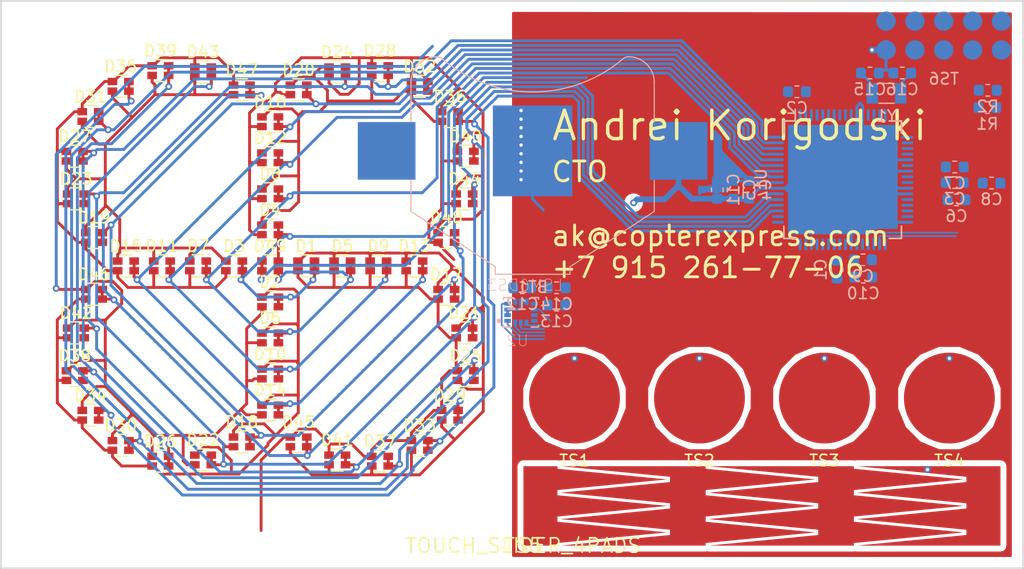
<source format=kicad_pcb>
(kicad_pcb (version 20171130) (host pcbnew 5.0.2+dfsg1-1~bpo9+1)
  (layers (0 F.Cu signal hide) (31 B.Cu signal) (34 B.Paste user hide) (35 F.Paste user) (36 B.SilkS user hide) (37 F.SilkS user hide) (38 B.Mask user hide) (39 F.Mask user hide) (44 Edge.Cuts user))
  (net 0 "")
  (net 1 LED_K0)
  (net 2 LED_K1)
  (net 3 LED_A0)
  (net 4 LED_K3)
  (net 5 LED_K2)
  (net 6 LED_K4)
  (net 7 LED_K5)
  (net 8 LED_K7)
  (net 9 LED_K6)
  (net 10 LED_K8)
  (net 11 LED_A1)
  (net 12 LED_A2)
  (net 13 LED_A3)
  (net 14 LED_A4)
  (net 15 LED_A5)
  (net 16 LED_A6)
  (net 17 LED_A7)
  (net 18 LED_A8)
  (net 19 VDD)
  (net 20 GND)
  (net 21 N$7)
  (net 22 N$6)
  (net 23 N$13)
  (net 24 N$14)
  (net 25 N$5)
  (net 26 N$19)
  (net 27 N$20)
  (net 28 N$16)
  (net 29 N$15)
  (net 30 N$17)
  (net 31 N$18)
  (net 32 N$12)
  (net 33 N$11)
  (net 34 TOUCH_PAD0)
  (net 35 N$1)
  (net 36 TOUCH_PAD1)
  (net 37 TOUCH_PAD2)
  (net 38 TOUCH_PAD3)
  (net 39 N$21)
  (net 40 N$22)
  (net 41 N$23)
  (net 42 N$24)
  (net 43 N$8)
  (net 44 N$10)
  (net 45 N$9)
  (net 46 N$25)
  (net 47 LED_K9)
  (net 48 LED_K10)
  (net 49 LED_K11)
  (net 50 N$4)
  (module footprints:LED_DUAL_0606 (layer F.Cu) (at 126.884 103.351)
    (fp_text reference D1 (at 0 -1.75) (layer F.SilkS))
    (fp_text value LED_Dual_AACC)
    (pad 3 smd rect (at 0.725 -0.425) (size 0.85 0.65) (layers F.Cu F.Paste F.Mask) (net 1 LED_K0))
    (pad 4 smd rect (at 0.725 0.425) (size 0.85 0.65) (layers F.Cu F.Paste F.Mask) (net 1 LED_K0))
    (pad 2 smd rect (at -0.725 0.425) (size 0.85 0.65) (layers F.Cu F.Paste F.Mask) (net 11 LED_A1))
    (pad 1 smd rect (at -0.725 -0.425) (size 0.85 0.65) (layers F.Cu F.Paste F.Mask) (net 3 LED_A0))
  )
  (module footprints:LED_DUAL_0606 (layer F.Cu) (at 123.709 106.526)
    (fp_text reference D2 (at 0 -1.75) (layer F.SilkS))
    (fp_text value LED_Dual_AACC)
    (pad 3 smd rect (at 0.725 -0.425) (size 0.85 0.65) (layers F.Cu F.Paste F.Mask) (net 1 LED_K0))
    (pad 4 smd rect (at 0.725 0.425) (size 0.85 0.65) (layers F.Cu F.Paste F.Mask) (net 1 LED_K0))
    (pad 2 smd rect (at -0.725 0.425) (size 0.85 0.65) (layers F.Cu F.Paste F.Mask) (net 13 LED_A3))
    (pad 1 smd rect (at -0.725 -0.425) (size 0.85 0.65) (layers F.Cu F.Paste F.Mask) (net 12 LED_A2))
  )
  (module footprints:LED_DUAL_0606 (layer F.Cu) (at 120.534 103.351)
    (fp_text reference D3 (at 0 -1.75) (layer F.SilkS))
    (fp_text value LED_Dual_AACC)
    (pad 3 smd rect (at 0.725 -0.425) (size 0.85 0.65) (layers F.Cu F.Paste F.Mask) (net 1 LED_K0))
    (pad 4 smd rect (at 0.725 0.425) (size 0.85 0.65) (layers F.Cu F.Paste F.Mask) (net 1 LED_K0))
    (pad 2 smd rect (at -0.725 0.425) (size 0.85 0.65) (layers F.Cu F.Paste F.Mask) (net 15 LED_A5))
    (pad 1 smd rect (at -0.725 -0.425) (size 0.85 0.65) (layers F.Cu F.Paste F.Mask) (net 14 LED_A4))
  )
  (module footprints:LED_DUAL_0606 (layer F.Cu) (at 123.709 100.176)
    (fp_text reference D4 (at 0 -1.75) (layer F.SilkS))
    (fp_text value LED_Dual_AACC)
    (pad 3 smd rect (at 0.725 -0.425) (size 0.85 0.65) (layers F.Cu F.Paste F.Mask) (net 1 LED_K0))
    (pad 4 smd rect (at 0.725 0.425) (size 0.85 0.65) (layers F.Cu F.Paste F.Mask) (net 1 LED_K0))
    (pad 2 smd rect (at -0.725 0.425) (size 0.85 0.65) (layers F.Cu F.Paste F.Mask) (net 17 LED_A7))
    (pad 1 smd rect (at -0.725 -0.425) (size 0.85 0.65) (layers F.Cu F.Paste F.Mask) (net 16 LED_A6))
  )
  (module footprints:LED_DUAL_0606 (layer F.Cu) (at 130.059 103.351)
    (fp_text reference D5 (at 0 -1.75) (layer F.SilkS))
    (fp_text value LED_Dual_AACC)
    (pad 3 smd rect (at 0.725 -0.425) (size 0.85 0.65) (layers F.Cu F.Paste F.Mask) (net 2 LED_K1))
    (pad 4 smd rect (at 0.725 0.425) (size 0.85 0.65) (layers F.Cu F.Paste F.Mask) (net 2 LED_K1))
    (pad 2 smd rect (at -0.725 0.425) (size 0.85 0.65) (layers F.Cu F.Paste F.Mask) (net 11 LED_A1))
    (pad 1 smd rect (at -0.725 -0.425) (size 0.85 0.65) (layers F.Cu F.Paste F.Mask) (net 3 LED_A0))
  )
  (module footprints:LED_DUAL_0606 (layer F.Cu) (at 123.709 109.701)
    (fp_text reference D6 (at 0 -1.75) (layer F.SilkS))
    (fp_text value LED_Dual_AACC)
    (pad 3 smd rect (at 0.725 -0.425) (size 0.85 0.65) (layers F.Cu F.Paste F.Mask) (net 2 LED_K1))
    (pad 4 smd rect (at 0.725 0.425) (size 0.85 0.65) (layers F.Cu F.Paste F.Mask) (net 2 LED_K1))
    (pad 2 smd rect (at -0.725 0.425) (size 0.85 0.65) (layers F.Cu F.Paste F.Mask) (net 13 LED_A3))
    (pad 1 smd rect (at -0.725 -0.425) (size 0.85 0.65) (layers F.Cu F.Paste F.Mask) (net 12 LED_A2))
  )
  (module footprints:LED_DUAL_0606 (layer F.Cu) (at 117.359 103.351)
    (fp_text reference D7 (at 0 -1.75) (layer F.SilkS))
    (fp_text value LED_Dual_AACC)
    (pad 3 smd rect (at 0.725 -0.425) (size 0.85 0.65) (layers F.Cu F.Paste F.Mask) (net 2 LED_K1))
    (pad 4 smd rect (at 0.725 0.425) (size 0.85 0.65) (layers F.Cu F.Paste F.Mask) (net 2 LED_K1))
    (pad 2 smd rect (at -0.725 0.425) (size 0.85 0.65) (layers F.Cu F.Paste F.Mask) (net 15 LED_A5))
    (pad 1 smd rect (at -0.725 -0.425) (size 0.85 0.65) (layers F.Cu F.Paste F.Mask) (net 14 LED_A4))
  )
  (module footprints:LED_DUAL_0606 (layer F.Cu) (at 123.709 97.001)
    (fp_text reference D8 (at 0 -1.75) (layer F.SilkS))
    (fp_text value LED_Dual_AACC)
    (pad 3 smd rect (at 0.725 -0.425) (size 0.85 0.65) (layers F.Cu F.Paste F.Mask) (net 2 LED_K1))
    (pad 4 smd rect (at 0.725 0.425) (size 0.85 0.65) (layers F.Cu F.Paste F.Mask) (net 2 LED_K1))
    (pad 2 smd rect (at -0.725 0.425) (size 0.85 0.65) (layers F.Cu F.Paste F.Mask) (net 17 LED_A7))
    (pad 1 smd rect (at -0.725 -0.425) (size 0.85 0.65) (layers F.Cu F.Paste F.Mask) (net 16 LED_A6))
  )
  (module footprints:LED_DUAL_0606 (layer F.Cu) (at 133.234 103.351)
    (fp_text reference D9 (at 0 -1.75) (layer F.SilkS))
    (fp_text value LED_Dual_AACC)
    (pad 3 smd rect (at 0.725 -0.425) (size 0.85 0.65) (layers F.Cu F.Paste F.Mask) (net 5 LED_K2))
    (pad 4 smd rect (at 0.725 0.425) (size 0.85 0.65) (layers F.Cu F.Paste F.Mask) (net 5 LED_K2))
    (pad 2 smd rect (at -0.725 0.425) (size 0.85 0.65) (layers F.Cu F.Paste F.Mask) (net 11 LED_A1))
    (pad 1 smd rect (at -0.725 -0.425) (size 0.85 0.65) (layers F.Cu F.Paste F.Mask) (net 3 LED_A0))
  )
  (module footprints:LED_DUAL_0606 (layer F.Cu) (at 123.709 112.875999)
    (fp_text reference D10 (at 0 -1.75) (layer F.SilkS))
    (fp_text value LED_Dual_AACC)
    (pad 3 smd rect (at 0.725 -0.425) (size 0.85 0.65) (layers F.Cu F.Paste F.Mask) (net 5 LED_K2))
    (pad 4 smd rect (at 0.725 0.425) (size 0.85 0.65) (layers F.Cu F.Paste F.Mask) (net 5 LED_K2))
    (pad 2 smd rect (at -0.725 0.425) (size 0.85 0.65) (layers F.Cu F.Paste F.Mask) (net 13 LED_A3))
    (pad 1 smd rect (at -0.725 -0.425) (size 0.85 0.65) (layers F.Cu F.Paste F.Mask) (net 12 LED_A2))
  )
  (module footprints:LED_DUAL_0606 (layer F.Cu) (at 114.184 103.351)
    (fp_text reference D11 (at 0 -1.75) (layer F.SilkS))
    (fp_text value LED_Dual_AACC)
    (pad 3 smd rect (at 0.725 -0.425) (size 0.85 0.65) (layers F.Cu F.Paste F.Mask) (net 5 LED_K2))
    (pad 4 smd rect (at 0.725 0.425) (size 0.85 0.65) (layers F.Cu F.Paste F.Mask) (net 5 LED_K2))
    (pad 2 smd rect (at -0.725 0.425) (size 0.85 0.65) (layers F.Cu F.Paste F.Mask) (net 15 LED_A5))
    (pad 1 smd rect (at -0.725 -0.425) (size 0.85 0.65) (layers F.Cu F.Paste F.Mask) (net 14 LED_A4))
  )
  (module footprints:LED_DUAL_0606 (layer F.Cu) (at 123.709 93.826)
    (fp_text reference D12 (at 0 -1.75) (layer F.SilkS))
    (fp_text value LED_Dual_AACC)
    (pad 3 smd rect (at 0.725 -0.425) (size 0.85 0.65) (layers F.Cu F.Paste F.Mask) (net 5 LED_K2))
    (pad 4 smd rect (at 0.725 0.425) (size 0.85 0.65) (layers F.Cu F.Paste F.Mask) (net 5 LED_K2))
    (pad 2 smd rect (at -0.725 0.425) (size 0.85 0.65) (layers F.Cu F.Paste F.Mask) (net 17 LED_A7))
    (pad 1 smd rect (at -0.725 -0.425) (size 0.85 0.65) (layers F.Cu F.Paste F.Mask) (net 16 LED_A6))
  )
  (module footprints:LED_DUAL_0606 (layer F.Cu) (at 136.409 103.351)
    (fp_text reference D13 (at 0 -1.75) (layer F.SilkS))
    (fp_text value LED_Dual_AACC)
    (pad 3 smd rect (at 0.725 -0.425) (size 0.85 0.65) (layers F.Cu F.Paste F.Mask) (net 4 LED_K3))
    (pad 4 smd rect (at 0.725 0.425) (size 0.85 0.65) (layers F.Cu F.Paste F.Mask) (net 4 LED_K3))
    (pad 2 smd rect (at -0.725 0.425) (size 0.85 0.65) (layers F.Cu F.Paste F.Mask) (net 11 LED_A1))
    (pad 1 smd rect (at -0.725 -0.425) (size 0.85 0.65) (layers F.Cu F.Paste F.Mask) (net 3 LED_A0))
  )
  (module footprints:LED_DUAL_0606 (layer F.Cu) (at 123.709 116.051)
    (fp_text reference D14 (at 0 -1.75) (layer F.SilkS))
    (fp_text value LED_Dual_AACC)
    (pad 3 smd rect (at 0.725 -0.425) (size 0.85 0.65) (layers F.Cu F.Paste F.Mask) (net 4 LED_K3))
    (pad 4 smd rect (at 0.725 0.425) (size 0.85 0.65) (layers F.Cu F.Paste F.Mask) (net 4 LED_K3))
    (pad 2 smd rect (at -0.725 0.425) (size 0.85 0.65) (layers F.Cu F.Paste F.Mask) (net 13 LED_A3))
    (pad 1 smd rect (at -0.725 -0.425) (size 0.85 0.65) (layers F.Cu F.Paste F.Mask) (net 12 LED_A2))
  )
  (module footprints:LED_DUAL_0606 (layer F.Cu) (at 111.009 103.351)
    (fp_text reference D15 (at 0 -1.75) (layer F.SilkS))
    (fp_text value LED_Dual_AACC)
    (pad 3 smd rect (at 0.725 -0.425) (size 0.85 0.65) (layers F.Cu F.Paste F.Mask) (net 4 LED_K3))
    (pad 4 smd rect (at 0.725 0.425) (size 0.85 0.65) (layers F.Cu F.Paste F.Mask) (net 4 LED_K3))
    (pad 2 smd rect (at -0.725 0.425) (size 0.85 0.65) (layers F.Cu F.Paste F.Mask) (net 15 LED_A5))
    (pad 1 smd rect (at -0.725 -0.425) (size 0.85 0.65) (layers F.Cu F.Paste F.Mask) (net 14 LED_A4))
  )
  (module footprints:LED_DUAL_0606 (layer F.Cu) (at 123.709 90.651)
    (fp_text reference D16 (at 0 -1.75) (layer F.SilkS))
    (fp_text value LED_Dual_AACC)
    (pad 3 smd rect (at 0.725 -0.425) (size 0.85 0.65) (layers F.Cu F.Paste F.Mask) (net 4 LED_K3))
    (pad 4 smd rect (at 0.725 0.425) (size 0.85 0.65) (layers F.Cu F.Paste F.Mask) (net 4 LED_K3))
    (pad 2 smd rect (at -0.725 0.425) (size 0.85 0.65) (layers F.Cu F.Paste F.Mask) (net 17 LED_A7))
    (pad 1 smd rect (at -0.725 -0.425) (size 0.85 0.65) (layers F.Cu F.Paste F.Mask) (net 16 LED_A6))
  )
  (module footprints:LED_DUAL_0606 (layer F.Cu) (at 139.217852 105.850666)
    (fp_text reference D17 (at 0 -1.75) (layer F.SilkS))
    (fp_text value LED_Dual_AACC)
    (pad 3 smd rect (at 0.725 -0.425) (size 0.85 0.65) (layers F.Cu F.Paste F.Mask) (net 6 LED_K4))
    (pad 4 smd rect (at 0.725 0.425) (size 0.85 0.65) (layers F.Cu F.Paste F.Mask) (net 6 LED_K4))
    (pad 2 smd rect (at -0.725 0.425) (size 0.85 0.65) (layers F.Cu F.Paste F.Mask) (net 11 LED_A1))
    (pad 1 smd rect (at -0.725 -0.425) (size 0.85 0.65) (layers F.Cu F.Paste F.Mask) (net 3 LED_A0))
  )
  (module footprints:LED_DUAL_0606 (layer F.Cu) (at 121.209333 118.859852)
    (fp_text reference D18 (at 0 -1.75) (layer F.SilkS))
    (fp_text value LED_Dual_AACC)
    (pad 3 smd rect (at 0.725 -0.425) (size 0.85 0.65) (layers F.Cu F.Paste F.Mask) (net 6 LED_K4))
    (pad 4 smd rect (at 0.725 0.425) (size 0.85 0.65) (layers F.Cu F.Paste F.Mask) (net 6 LED_K4))
    (pad 2 smd rect (at -0.725 0.425) (size 0.85 0.65) (layers F.Cu F.Paste F.Mask) (net 13 LED_A3))
    (pad 1 smd rect (at -0.725 -0.425) (size 0.85 0.65) (layers F.Cu F.Paste F.Mask) (net 12 LED_A2))
  )
  (module footprints:LED_DUAL_0606 (layer F.Cu) (at 108.200147 100.851333)
    (fp_text reference D19 (at 0 -1.75) (layer F.SilkS))
    (fp_text value LED_Dual_AACC)
    (pad 3 smd rect (at 0.725 -0.425) (size 0.85 0.65) (layers F.Cu F.Paste F.Mask) (net 6 LED_K4))
    (pad 4 smd rect (at 0.725 0.425) (size 0.85 0.65) (layers F.Cu F.Paste F.Mask) (net 6 LED_K4))
    (pad 2 smd rect (at -0.725 0.425) (size 0.85 0.65) (layers F.Cu F.Paste F.Mask) (net 15 LED_A5))
    (pad 1 smd rect (at -0.725 -0.425) (size 0.85 0.65) (layers F.Cu F.Paste F.Mask) (net 14 LED_A4))
  )
  (module footprints:LED_DUAL_0606 (layer F.Cu) (at 126.208666 87.842147)
    (fp_text reference D20 (at 0 -1.75) (layer F.SilkS))
    (fp_text value LED_Dual_AACC)
    (pad 3 smd rect (at 0.725 -0.425) (size 0.85 0.65) (layers F.Cu F.Paste F.Mask) (net 6 LED_K4))
    (pad 4 smd rect (at 0.725 0.425) (size 0.85 0.65) (layers F.Cu F.Paste F.Mask) (net 6 LED_K4))
    (pad 2 smd rect (at -0.725 0.425) (size 0.85 0.65) (layers F.Cu F.Paste F.Mask) (net 17 LED_A7))
    (pad 1 smd rect (at -0.725 -0.425) (size 0.85 0.65) (layers F.Cu F.Paste F.Mask) (net 16 LED_A6))
  )
  (module footprints:LED_DUAL_0606 (layer F.Cu) (at 140.806919 109.258431)
    (fp_text reference D21 (at 0 -1.75) (layer F.SilkS))
    (fp_text value LED_Dual_AACC)
    (pad 3 smd rect (at 0.725 -0.425) (size 0.85 0.65) (layers F.Cu F.Paste F.Mask) (net 7 LED_K5))
    (pad 4 smd rect (at 0.725 0.425) (size 0.85 0.65) (layers F.Cu F.Paste F.Mask) (net 7 LED_K5))
    (pad 2 smd rect (at -0.725 0.425) (size 0.85 0.65) (layers F.Cu F.Paste F.Mask) (net 11 LED_A1))
    (pad 1 smd rect (at -0.725 -0.425) (size 0.85 0.65) (layers F.Cu F.Paste F.Mask) (net 3 LED_A0))
  )
  (module footprints:LED_DUAL_0606 (layer F.Cu) (at 117.801568 120.448919)
    (fp_text reference D22 (at 0 -1.75) (layer F.SilkS))
    (fp_text value LED_Dual_AACC)
    (pad 3 smd rect (at 0.725 -0.425) (size 0.85 0.65) (layers F.Cu F.Paste F.Mask) (net 7 LED_K5))
    (pad 4 smd rect (at 0.725 0.425) (size 0.85 0.65) (layers F.Cu F.Paste F.Mask) (net 7 LED_K5))
    (pad 2 smd rect (at -0.725 0.425) (size 0.85 0.65) (layers F.Cu F.Paste F.Mask) (net 13 LED_A3))
    (pad 1 smd rect (at -0.725 -0.425) (size 0.85 0.65) (layers F.Cu F.Paste F.Mask) (net 12 LED_A2))
  )
  (module footprints:LED_DUAL_0606 (layer F.Cu) (at 106.61108 97.443568)
    (fp_text reference D23 (at 0 -1.75) (layer F.SilkS))
    (fp_text value LED_Dual_AACC)
    (pad 3 smd rect (at 0.725 -0.425) (size 0.85 0.65) (layers F.Cu F.Paste F.Mask) (net 7 LED_K5))
    (pad 4 smd rect (at 0.725 0.425) (size 0.85 0.65) (layers F.Cu F.Paste F.Mask) (net 7 LED_K5))
    (pad 2 smd rect (at -0.725 0.425) (size 0.85 0.65) (layers F.Cu F.Paste F.Mask) (net 15 LED_A5))
    (pad 1 smd rect (at -0.725 -0.425) (size 0.85 0.65) (layers F.Cu F.Paste F.Mask) (net 14 LED_A4))
  )
  (module footprints:LED_DUAL_0606 (layer F.Cu) (at 129.616431 86.25308)
    (fp_text reference D24 (at 0 -1.75) (layer F.SilkS))
    (fp_text value LED_Dual_AACC)
    (pad 3 smd rect (at 0.725 -0.425) (size 0.85 0.65) (layers F.Cu F.Paste F.Mask) (net 7 LED_K5))
    (pad 4 smd rect (at 0.725 0.425) (size 0.85 0.65) (layers F.Cu F.Paste F.Mask) (net 7 LED_K5))
    (pad 2 smd rect (at -0.725 0.425) (size 0.85 0.65) (layers F.Cu F.Paste F.Mask) (net 17 LED_A7))
    (pad 1 smd rect (at -0.725 -0.425) (size 0.85 0.65) (layers F.Cu F.Paste F.Mask) (net 16 LED_A6))
  )
  (module footprints:LED_DUAL_0606 (layer F.Cu) (at 140.916279 113.016892)
    (fp_text reference D25 (at 0 -1.75) (layer F.SilkS))
    (fp_text value LED_Dual_AACC)
    (pad 3 smd rect (at 0.725 -0.425) (size 0.85 0.65) (layers F.Cu F.Paste F.Mask) (net 9 LED_K6))
    (pad 4 smd rect (at 0.725 0.425) (size 0.85 0.65) (layers F.Cu F.Paste F.Mask) (net 9 LED_K6))
    (pad 2 smd rect (at -0.725 0.425) (size 0.85 0.65) (layers F.Cu F.Paste F.Mask) (net 3 LED_A0))
    (pad 1 smd rect (at -0.725 -0.425) (size 0.85 0.65) (layers F.Cu F.Paste F.Mask) (net 11 LED_A1))
  )
  (module footprints:LED_DUAL_0606 (layer F.Cu) (at 114.043107 120.558279)
    (fp_text reference D26 (at 0 -1.75) (layer F.SilkS))
    (fp_text value LED_Dual_AACC)
    (pad 3 smd rect (at 0.725 -0.425) (size 0.85 0.65) (layers F.Cu F.Paste F.Mask) (net 9 LED_K6))
    (pad 4 smd rect (at 0.725 0.425) (size 0.85 0.65) (layers F.Cu F.Paste F.Mask) (net 9 LED_K6))
    (pad 2 smd rect (at -0.725 0.425) (size 0.85 0.65) (layers F.Cu F.Paste F.Mask) (net 12 LED_A2))
    (pad 1 smd rect (at -0.725 -0.425) (size 0.85 0.65) (layers F.Cu F.Paste F.Mask) (net 13 LED_A3))
  )
  (module footprints:LED_DUAL_0606 (layer F.Cu) (at 106.50172 93.685107)
    (fp_text reference D27 (at 0 -1.75) (layer F.SilkS))
    (fp_text value LED_Dual_AACC)
    (pad 3 smd rect (at 0.725 -0.425) (size 0.85 0.65) (layers F.Cu F.Paste F.Mask) (net 9 LED_K6))
    (pad 4 smd rect (at 0.725 0.425) (size 0.85 0.65) (layers F.Cu F.Paste F.Mask) (net 9 LED_K6))
    (pad 2 smd rect (at -0.725 0.425) (size 0.85 0.65) (layers F.Cu F.Paste F.Mask) (net 14 LED_A4))
    (pad 1 smd rect (at -0.725 -0.425) (size 0.85 0.65) (layers F.Cu F.Paste F.Mask) (net 15 LED_A5))
  )
  (module footprints:LED_DUAL_0606 (layer F.Cu) (at 133.374892 86.14372)
    (fp_text reference D28 (at 0 -1.75) (layer F.SilkS))
    (fp_text value LED_Dual_AACC)
    (pad 3 smd rect (at 0.725 -0.425) (size 0.85 0.65) (layers F.Cu F.Paste F.Mask) (net 9 LED_K6))
    (pad 4 smd rect (at 0.725 0.425) (size 0.85 0.65) (layers F.Cu F.Paste F.Mask) (net 9 LED_K6))
    (pad 2 smd rect (at -0.725 0.425) (size 0.85 0.65) (layers F.Cu F.Paste F.Mask) (net 16 LED_A6))
    (pad 1 smd rect (at -0.725 -0.425) (size 0.85 0.65) (layers F.Cu F.Paste F.Mask) (net 17 LED_A7))
  )
  (module footprints:LED_DUAL_0606 (layer F.Cu) (at 139.528045 116.511287)
    (fp_text reference D29 (at 0 -1.75) (layer F.SilkS))
    (fp_text value LED_Dual_AACC)
    (pad 3 smd rect (at 0.725 -0.425) (size 0.85 0.65) (layers F.Cu F.Paste F.Mask) (net 8 LED_K7))
    (pad 4 smd rect (at 0.725 0.425) (size 0.85 0.65) (layers F.Cu F.Paste F.Mask) (net 8 LED_K7))
    (pad 2 smd rect (at -0.725 0.425) (size 0.85 0.65) (layers F.Cu F.Paste F.Mask) (net 3 LED_A0))
    (pad 1 smd rect (at -0.725 -0.425) (size 0.85 0.65) (layers F.Cu F.Paste F.Mask) (net 11 LED_A1))
  )
  (module footprints:LED_DUAL_0606 (layer F.Cu) (at 110.548712 119.170045)
    (fp_text reference D30 (at 0 -1.75) (layer F.SilkS))
    (fp_text value LED_Dual_AACC)
    (pad 3 smd rect (at 0.725 -0.425) (size 0.85 0.65) (layers F.Cu F.Paste F.Mask) (net 8 LED_K7))
    (pad 4 smd rect (at 0.725 0.425) (size 0.85 0.65) (layers F.Cu F.Paste F.Mask) (net 8 LED_K7))
    (pad 2 smd rect (at -0.725 0.425) (size 0.85 0.65) (layers F.Cu F.Paste F.Mask) (net 12 LED_A2))
    (pad 1 smd rect (at -0.725 -0.425) (size 0.85 0.65) (layers F.Cu F.Paste F.Mask) (net 13 LED_A3))
  )
  (module footprints:LED_DUAL_0606 (layer F.Cu) (at 107.889954 90.190712)
    (fp_text reference D31 (at 0 -1.75) (layer F.SilkS))
    (fp_text value LED_Dual_AACC)
    (pad 3 smd rect (at 0.725 -0.425) (size 0.85 0.65) (layers F.Cu F.Paste F.Mask) (net 8 LED_K7))
    (pad 4 smd rect (at 0.725 0.425) (size 0.85 0.65) (layers F.Cu F.Paste F.Mask) (net 8 LED_K7))
    (pad 2 smd rect (at -0.725 0.425) (size 0.85 0.65) (layers F.Cu F.Paste F.Mask) (net 14 LED_A4))
    (pad 1 smd rect (at -0.725 -0.425) (size 0.85 0.65) (layers F.Cu F.Paste F.Mask) (net 15 LED_A5))
  )
  (module footprints:LED_DUAL_0606 (layer F.Cu) (at 136.869287 87.531954)
    (fp_text reference D32 (at 0 -1.75) (layer F.SilkS))
    (fp_text value LED_Dual_AACC)
    (pad 3 smd rect (at 0.725 -0.425) (size 0.85 0.65) (layers F.Cu F.Paste F.Mask) (net 8 LED_K7))
    (pad 4 smd rect (at 0.725 0.425) (size 0.85 0.65) (layers F.Cu F.Paste F.Mask) (net 8 LED_K7))
    (pad 2 smd rect (at -0.725 0.425) (size 0.85 0.65) (layers F.Cu F.Paste F.Mask) (net 16 LED_A6))
    (pad 1 smd rect (at -0.725 -0.425) (size 0.85 0.65) (layers F.Cu F.Paste F.Mask) (net 17 LED_A7))
  )
  (module footprints:LED_DUAL_0606 (layer F.Cu) (at 136.869287 119.170045)
    (fp_text reference D33 (at 0 -1.75) (layer F.SilkS))
    (fp_text value LED_Dual_AACC)
    (pad 3 smd rect (at 0.725 -0.425) (size 0.85 0.65) (layers F.Cu F.Paste F.Mask) (net 10 LED_K8))
    (pad 4 smd rect (at 0.725 0.425) (size 0.85 0.65) (layers F.Cu F.Paste F.Mask) (net 10 LED_K8))
    (pad 2 smd rect (at -0.725 0.425) (size 0.85 0.65) (layers F.Cu F.Paste F.Mask) (net 3 LED_A0))
    (pad 1 smd rect (at -0.725 -0.425) (size 0.85 0.65) (layers F.Cu F.Paste F.Mask) (net 11 LED_A1))
  )
  (module footprints:LED_DUAL_0606 (layer F.Cu) (at 107.889954 116.511287)
    (fp_text reference D34 (at 0 -1.75) (layer F.SilkS))
    (fp_text value LED_Dual_AACC)
    (pad 3 smd rect (at 0.725 -0.425) (size 0.85 0.65) (layers F.Cu F.Paste F.Mask) (net 10 LED_K8))
    (pad 4 smd rect (at 0.725 0.425) (size 0.85 0.65) (layers F.Cu F.Paste F.Mask) (net 10 LED_K8))
    (pad 2 smd rect (at -0.725 0.425) (size 0.85 0.65) (layers F.Cu F.Paste F.Mask) (net 12 LED_A2))
    (pad 1 smd rect (at -0.725 -0.425) (size 0.85 0.65) (layers F.Cu F.Paste F.Mask) (net 13 LED_A3))
  )
  (module footprints:LED_DUAL_0606 (layer F.Cu) (at 110.548712 87.531954)
    (fp_text reference D35 (at 0 -1.75) (layer F.SilkS))
    (fp_text value LED_Dual_AACC)
    (pad 3 smd rect (at 0.725 -0.425) (size 0.85 0.65) (layers F.Cu F.Paste F.Mask) (net 10 LED_K8))
    (pad 4 smd rect (at 0.725 0.425) (size 0.85 0.65) (layers F.Cu F.Paste F.Mask) (net 10 LED_K8))
    (pad 2 smd rect (at -0.725 0.425) (size 0.85 0.65) (layers F.Cu F.Paste F.Mask) (net 14 LED_A4))
    (pad 1 smd rect (at -0.725 -0.425) (size 0.85 0.65) (layers F.Cu F.Paste F.Mask) (net 15 LED_A5))
  )
  (module footprints:LED_DUAL_0606 (layer F.Cu) (at 139.528045 90.190712)
    (fp_text reference D36 (at 0 -1.75) (layer F.SilkS))
    (fp_text value LED_Dual_AACC)
    (pad 3 smd rect (at 0.725 -0.425) (size 0.85 0.65) (layers F.Cu F.Paste F.Mask) (net 10 LED_K8))
    (pad 4 smd rect (at 0.725 0.425) (size 0.85 0.65) (layers F.Cu F.Paste F.Mask) (net 10 LED_K8))
    (pad 2 smd rect (at -0.725 0.425) (size 0.85 0.65) (layers F.Cu F.Paste F.Mask) (net 16 LED_A6))
    (pad 1 smd rect (at -0.725 -0.425) (size 0.85 0.65) (layers F.Cu F.Paste F.Mask) (net 17 LED_A7))
  )
  (module footprints:LED_DUAL_0606 (layer F.Cu) (at 133.374892 120.558279)
    (fp_text reference D37 (at 0 -1.75) (layer F.SilkS))
    (fp_text value LED_Dual_AACC)
    (pad 3 smd rect (at 0.725 -0.425) (size 0.85 0.65) (layers F.Cu F.Paste F.Mask) (net 47 LED_K9))
    (pad 4 smd rect (at 0.725 0.425) (size 0.85 0.65) (layers F.Cu F.Paste F.Mask) (net 47 LED_K9))
    (pad 2 smd rect (at -0.725 0.425) (size 0.85 0.65) (layers F.Cu F.Paste F.Mask) (net 3 LED_A0))
    (pad 1 smd rect (at -0.725 -0.425) (size 0.85 0.65) (layers F.Cu F.Paste F.Mask) (net 11 LED_A1))
  )
  (module footprints:LED_DUAL_0606 (layer F.Cu) (at 106.50172 113.016892)
    (fp_text reference D38 (at 0 -1.75) (layer F.SilkS))
    (fp_text value LED_Dual_AACC)
    (pad 3 smd rect (at 0.725 -0.425) (size 0.85 0.65) (layers F.Cu F.Paste F.Mask) (net 47 LED_K9))
    (pad 4 smd rect (at 0.725 0.425) (size 0.85 0.65) (layers F.Cu F.Paste F.Mask) (net 47 LED_K9))
    (pad 2 smd rect (at -0.725 0.425) (size 0.85 0.65) (layers F.Cu F.Paste F.Mask) (net 12 LED_A2))
    (pad 1 smd rect (at -0.725 -0.425) (size 0.85 0.65) (layers F.Cu F.Paste F.Mask) (net 13 LED_A3))
  )
  (module footprints:LED_DUAL_0606 (layer F.Cu) (at 114.043107 86.14372)
    (fp_text reference D39 (at 0 -1.75) (layer F.SilkS))
    (fp_text value LED_Dual_AACC)
    (pad 3 smd rect (at 0.725 -0.425) (size 0.85 0.65) (layers F.Cu F.Paste F.Mask) (net 47 LED_K9))
    (pad 4 smd rect (at 0.725 0.425) (size 0.85 0.65) (layers F.Cu F.Paste F.Mask) (net 47 LED_K9))
    (pad 2 smd rect (at -0.725 0.425) (size 0.85 0.65) (layers F.Cu F.Paste F.Mask) (net 14 LED_A4))
    (pad 1 smd rect (at -0.725 -0.425) (size 0.85 0.65) (layers F.Cu F.Paste F.Mask) (net 15 LED_A5))
  )
  (module footprints:LED_DUAL_0606 (layer F.Cu) (at 140.916279 93.685107)
    (fp_text reference D40 (at 0 -1.75) (layer F.SilkS))
    (fp_text value LED_Dual_AACC)
    (pad 3 smd rect (at 0.725 -0.425) (size 0.85 0.65) (layers F.Cu F.Paste F.Mask) (net 47 LED_K9))
    (pad 4 smd rect (at 0.725 0.425) (size 0.85 0.65) (layers F.Cu F.Paste F.Mask) (net 47 LED_K9))
    (pad 2 smd rect (at -0.725 0.425) (size 0.85 0.65) (layers F.Cu F.Paste F.Mask) (net 16 LED_A6))
    (pad 1 smd rect (at -0.725 -0.425) (size 0.85 0.65) (layers F.Cu F.Paste F.Mask) (net 17 LED_A7))
  )
  (module footprints:LED_DUAL_0606 (layer F.Cu) (at 129.616431 120.448919)
    (fp_text reference D41 (at 0 -1.75) (layer F.SilkS))
    (fp_text value LED_Dual_AACC)
    (pad 3 smd rect (at 0.725 -0.425) (size 0.85 0.65) (layers F.Cu F.Paste F.Mask) (net 48 LED_K10))
    (pad 4 smd rect (at 0.725 0.425) (size 0.85 0.65) (layers F.Cu F.Paste F.Mask) (net 48 LED_K10))
    (pad 2 smd rect (at -0.725 0.425) (size 0.85 0.65) (layers F.Cu F.Paste F.Mask) (net 3 LED_A0))
    (pad 1 smd rect (at -0.725 -0.425) (size 0.85 0.65) (layers F.Cu F.Paste F.Mask) (net 11 LED_A1))
  )
  (module footprints:LED_DUAL_0606 (layer F.Cu) (at 106.61108 109.258431)
    (fp_text reference D42 (at 0 -1.75) (layer F.SilkS))
    (fp_text value LED_Dual_AACC)
    (pad 3 smd rect (at 0.725 -0.425) (size 0.85 0.65) (layers F.Cu F.Paste F.Mask) (net 48 LED_K10))
    (pad 4 smd rect (at 0.725 0.425) (size 0.85 0.65) (layers F.Cu F.Paste F.Mask) (net 48 LED_K10))
    (pad 2 smd rect (at -0.725 0.425) (size 0.85 0.65) (layers F.Cu F.Paste F.Mask) (net 12 LED_A2))
    (pad 1 smd rect (at -0.725 -0.425) (size 0.85 0.65) (layers F.Cu F.Paste F.Mask) (net 13 LED_A3))
  )
  (module footprints:LED_DUAL_0606 (layer F.Cu) (at 117.801568 86.25308)
    (fp_text reference D43 (at 0 -1.75) (layer F.SilkS))
    (fp_text value LED_Dual_AACC)
    (pad 3 smd rect (at 0.725 -0.425) (size 0.85 0.65) (layers F.Cu F.Paste F.Mask) (net 48 LED_K10))
    (pad 4 smd rect (at 0.725 0.425) (size 0.85 0.65) (layers F.Cu F.Paste F.Mask) (net 48 LED_K10))
    (pad 2 smd rect (at -0.725 0.425) (size 0.85 0.65) (layers F.Cu F.Paste F.Mask) (net 14 LED_A4))
    (pad 1 smd rect (at -0.725 -0.425) (size 0.85 0.65) (layers F.Cu F.Paste F.Mask) (net 15 LED_A5))
  )
  (module footprints:LED_DUAL_0606 (layer F.Cu) (at 140.806919 97.443568)
    (fp_text reference D44 (at 0 -1.75) (layer F.SilkS))
    (fp_text value LED_Dual_AACC)
    (pad 3 smd rect (at 0.725 -0.425) (size 0.85 0.65) (layers F.Cu F.Paste F.Mask) (net 48 LED_K10))
    (pad 4 smd rect (at 0.725 0.425) (size 0.85 0.65) (layers F.Cu F.Paste F.Mask) (net 48 LED_K10))
    (pad 2 smd rect (at -0.725 0.425) (size 0.85 0.65) (layers F.Cu F.Paste F.Mask) (net 16 LED_A6))
    (pad 1 smd rect (at -0.725 -0.425) (size 0.85 0.65) (layers F.Cu F.Paste F.Mask) (net 17 LED_A7))
  )
  (module footprints:LED_DUAL_0606 (layer F.Cu) (at 126.208666 118.859852)
    (fp_text reference D45 (at 0 -1.75) (layer F.SilkS))
    (fp_text value LED_Dual_AACC)
    (pad 3 smd rect (at 0.725 -0.425) (size 0.85 0.65) (layers F.Cu F.Paste F.Mask) (net 49 LED_K11))
    (pad 4 smd rect (at 0.725 0.425) (size 0.85 0.65) (layers F.Cu F.Paste F.Mask) (net 49 LED_K11))
    (pad 2 smd rect (at -0.725 0.425) (size 0.85 0.65) (layers F.Cu F.Paste F.Mask) (net 3 LED_A0))
    (pad 1 smd rect (at -0.725 -0.425) (size 0.85 0.65) (layers F.Cu F.Paste F.Mask) (net 11 LED_A1))
  )
  (module footprints:LED_DUAL_0606 (layer F.Cu) (at 108.200147 105.850666)
    (fp_text reference D46 (at 0 -1.75) (layer F.SilkS))
    (fp_text value LED_Dual_AACC)
    (pad 3 smd rect (at 0.725 -0.425) (size 0.85 0.65) (layers F.Cu F.Paste F.Mask) (net 49 LED_K11))
    (pad 4 smd rect (at 0.725 0.425) (size 0.85 0.65) (layers F.Cu F.Paste F.Mask) (net 49 LED_K11))
    (pad 2 smd rect (at -0.725 0.425) (size 0.85 0.65) (layers F.Cu F.Paste F.Mask) (net 12 LED_A2))
    (pad 1 smd rect (at -0.725 -0.425) (size 0.85 0.65) (layers F.Cu F.Paste F.Mask) (net 13 LED_A3))
  )
  (module footprints:LED_DUAL_0606 (layer F.Cu) (at 121.209333 87.842147)
    (fp_text reference D47 (at 0 -1.75) (layer F.SilkS))
    (fp_text value LED_Dual_AACC)
    (pad 3 smd rect (at 0.725 -0.425) (size 0.85 0.65) (layers F.Cu F.Paste F.Mask) (net 49 LED_K11))
    (pad 4 smd rect (at 0.725 0.425) (size 0.85 0.65) (layers F.Cu F.Paste F.Mask) (net 49 LED_K11))
    (pad 2 smd rect (at -0.725 0.425) (size 0.85 0.65) (layers F.Cu F.Paste F.Mask) (net 14 LED_A4))
    (pad 1 smd rect (at -0.725 -0.425) (size 0.85 0.65) (layers F.Cu F.Paste F.Mask) (net 15 LED_A5))
  )
  (module footprints:LED_DUAL_0606 (layer F.Cu) (at 139.217852 100.851333)
    (fp_text reference D48 (at 0 -1.75) (layer F.SilkS))
    (fp_text value LED_Dual_AACC)
    (pad 3 smd rect (at 0.725 -0.425) (size 0.85 0.65) (layers F.Cu F.Paste F.Mask) (net 49 LED_K11))
    (pad 4 smd rect (at 0.725 0.425) (size 0.85 0.65) (layers F.Cu F.Paste F.Mask) (net 49 LED_K11))
    (pad 2 smd rect (at -0.725 0.425) (size 0.85 0.65) (layers F.Cu F.Paste F.Mask) (net 16 LED_A6))
    (pad 1 smd rect (at -0.725 -0.425) (size 0.85 0.65) (layers F.Cu F.Paste F.Mask) (net 17 LED_A7))
  )
  (module footprints:LED_DUAL_0606 (layer F.Cu) (at 123.709 103.351)
    (fp_text reference D49 (at 0 -1.75) (layer F.SilkS))
    (fp_text value LED_Dual_AACC)
    (pad 3 smd rect (at 0.725 -0.425) (size 0.85 0.65) (layers F.Cu F.Paste F.Mask) (net 1 LED_K0))
    (pad 4 smd rect (at 0.725 0.425) (size 0.85 0.65) (layers F.Cu F.Paste F.Mask) (net 2 LED_K1))
    (pad 2 smd rect (at -0.725 0.425) (size 0.85 0.65) (layers F.Cu F.Paste F.Mask) (net 18 LED_A8))
    (pad 1 smd rect (at -0.725 -0.425) (size 0.85 0.65) (layers F.Cu F.Paste F.Mask) (net 18 LED_A8))
  )
  (module Resistor_SMD:R_0603_1608Metric (layer B.Cu) (at 186.8425 89.408)
    (fp_text reference R1 (at 0 1.43) (layer B.SilkS) (effects (justify mirror)))
    (fp_text value 0)
    (pad 2 smd roundrect (at 0.7875 0) (size 0.875 0.95) (layers B.Cu B.Paste B.Mask) (net 20 GND))
    (pad 1 smd roundrect (at -0.7875 0) (size 0.875 0.95) (layers B.Cu B.Paste B.Mask) (net 42 N$24))
  )
  (module Package_QFP:LQFP-64_10x10mm_P0.5mm (layer B.Cu) (at 174.10708 95.75756 270)
    (fp_text reference U1 (at 0 7.2 270) (layer B.SilkS) (effects (justify mirror)))
    (fp_text value EFM32LG232F64)
    (pad 64 smd rect (at -3.75 5.7 180) (size 1 0.25) (layers B.Cu B.Paste B.Mask) (net 8 LED_K7))
    (pad 63 smd rect (at -3.25 5.7 180) (size 1 0.25) (layers B.Cu B.Paste B.Mask) (net 9 LED_K6))
    (pad 62 smd rect (at -2.75 5.7 180) (size 1 0.25) (layers B.Cu B.Paste B.Mask) (net 7 LED_K5))
    (pad 61 smd rect (at -2.25 5.7 180) (size 1 0.25) (layers B.Cu B.Paste B.Mask) (net 6 LED_K4))
    (pad 60 smd rect (at -1.75 5.7 180) (size 1 0.25) (layers B.Cu B.Paste B.Mask) (net 4 LED_K3))
    (pad 59 smd rect (at -1.25 5.7 180) (size 1 0.25) (layers B.Cu B.Paste B.Mask) (net 5 LED_K2))
    (pad 58 smd rect (at -0.75 5.7 180) (size 1 0.25) (layers B.Cu B.Paste B.Mask) (net 2 LED_K1))
    (pad 57 smd rect (at -0.25 5.7 180) (size 1 0.25) (layers B.Cu B.Paste B.Mask) (net 1 LED_K0))
    (pad 56 smd rect (at 0.25 5.7 180) (size 1 0.25) (layers B.Cu B.Paste B.Mask) (net 20 GND))
    (pad 55 smd rect (at 0.75 5.7 180) (size 1 0.25) (layers B.Cu B.Paste B.Mask) (net 19 VDD))
    (pad 54 smd rect (at 1.25 5.7 180) (size 1 0.25) (layers B.Cu B.Paste B.Mask) (net 49 LED_K11))
    (pad 53 smd rect (at 1.75 5.7 180) (size 1 0.25) (layers B.Cu B.Paste B.Mask) (net 48 LED_K10))
    (pad 52 smd rect (at 2.25 5.7 180) (size 1 0.25) (layers B.Cu B.Paste B.Mask) (net 47 LED_K9))
    (pad 51 smd rect (at 2.75 5.7 180) (size 1 0.25) (layers B.Cu B.Paste B.Mask) (net 10 LED_K8))
    (pad 50 smd rect (at 3.25 5.7 180) (size 1 0.25) (layers B.Cu B.Paste B.Mask) (net 43 N$8))
    (pad 49 smd rect (at 3.75 5.7 180) (size 1 0.25) (layers B.Cu B.Paste B.Mask) (net 45 N$9))
    (pad 48 smd rect (at 5.7 3.75 270) (size 1 0.25) (layers B.Cu B.Paste B.Mask) (net 21 N$7))
    (pad 47 smd rect (at 5.7 3.25 270) (size 1 0.25) (layers B.Cu B.Paste B.Mask) (net 27 N$20))
    (pad 46 smd rect (at 5.7 2.75 270) (size 1 0.25) (layers B.Cu B.Paste B.Mask) (net 39 N$21))
    (pad 45 smd rect (at 5.7 2.25 270) (size 1 0.25) (layers B.Cu B.Paste B.Mask) (net 40 N$22))
    (pad 44 smd rect (at 5.7 1.75 270) (size 1 0.25) (layers B.Cu B.Paste B.Mask) (net 41 N$23))
    (pad 43 smd rect (at 5.7 1.25 270) (size 1 0.25) (layers B.Cu B.Paste B.Mask) (net 38 TOUCH_PAD3))
    (pad 42 smd rect (at 5.7 0.75 270) (size 1 0.25) (layers B.Cu B.Paste B.Mask) (net 37 TOUCH_PAD2))
    (pad 41 smd rect (at 5.7 0.25 270) (size 1 0.25) (layers B.Cu B.Paste B.Mask) (net 36 TOUCH_PAD1))
    (pad 40 smd rect (at 5.7 -0.25 270) (size 1 0.25) (layers B.Cu B.Paste B.Mask) (net 35 N$1))
    (pad 39 smd rect (at 5.7 -0.75 270) (size 1 0.25) (layers B.Cu B.Paste B.Mask) (net 19 VDD))
    (pad 38 smd rect (at 5.7 -1.25 270) (size 1 0.25) (layers B.Cu B.Paste B.Mask) (net 19 VDD))
    (pad 37 smd rect (at 5.7 -1.75 270) (size 1 0.25) (layers B.Cu B.Paste B.Mask) (net 34 TOUCH_PAD0))
    (pad 36 smd rect (at 5.7 -2.25 270) (size 1 0.25) (layers B.Cu B.Paste B.Mask) (net 19 VDD))
    (pad 35 smd rect (at 5.7 -2.75 270) (size 1 0.25) (layers B.Cu B.Paste B.Mask) (net 44 N$10))
    (pad 34 smd rect (at 5.7 -3.25 270) (size 1 0.25) (layers B.Cu B.Paste B.Mask) (net 33 N$11))
    (pad 33 smd rect (at 5.7 -3.75 270) (size 1 0.25) (layers B.Cu B.Paste B.Mask) (net 19 VDD))
    (pad 32 smd rect (at 3.75 -5.7 180) (size 1 0.25) (layers B.Cu B.Paste B.Mask) (net 19 VDD))
    (pad 31 smd rect (at 3.25 -5.7 180) (size 1 0.25) (layers B.Cu B.Paste B.Mask) (net 29 N$15))
    (pad 30 smd rect (at 2.75 -5.7 180) (size 1 0.25) (layers B.Cu B.Paste B.Mask) (net 24 N$14))
    (pad 29 smd rect (at 2.25 -5.7 180) (size 1 0.25) (layers B.Cu B.Paste B.Mask) (net 32 N$12))
    (pad 28 smd rect (at 1.75 -5.7 180) (size 1 0.25) (layers B.Cu B.Paste B.Mask) (net 23 N$13))
    (pad 27 smd rect (at 1.25 -5.7 180) (size 1 0.25) (layers B.Cu B.Paste B.Mask) (net 19 VDD))
    (pad 26 smd rect (at 0.75 -5.7 180) (size 1 0.25) (layers B.Cu B.Paste B.Mask) (net 19 VDD))
    (pad 25 smd rect (at 0.25 -5.7 180) (size 1 0.25) (layers B.Cu B.Paste B.Mask) (net 30 N$17))
    (pad 24 smd rect (at -0.25 -5.7 180) (size 1 0.25) (layers B.Cu B.Paste B.Mask) (net 28 N$16))
    (pad 23 smd rect (at -0.75 -5.7 180) (size 1 0.25) (layers B.Cu B.Paste B.Mask) (net 19 VDD))
    (pad 22 smd rect (at -1.25 -5.7 180) (size 1 0.25) (layers B.Cu B.Paste B.Mask) (net 20 GND))
    (pad 21 smd rect (at -1.75 -5.7 180) (size 1 0.25) (layers B.Cu B.Paste B.Mask) (net 19 VDD))
    (pad 20 smd rect (at -2.25 -5.7 180) (size 1 0.25) (layers B.Cu B.Paste B.Mask) (net 50 N$4))
    (pad 19 smd rect (at -2.75 -5.7 180) (size 1 0.25) (layers B.Cu B.Paste B.Mask) (net 18 LED_A8))
    (pad 18 smd rect (at -3.25 -5.7 180) (size 1 0.25) (layers B.Cu B.Paste B.Mask) (net 17 LED_A7))
    (pad 17 smd rect (at -3.75 -5.7 180) (size 1 0.25) (layers B.Cu B.Paste B.Mask) (net 16 LED_A6))
    (pad 16 smd rect (at -5.7 -3.75 270) (size 1 0.25) (layers B.Cu B.Paste B.Mask) (net 26 N$19))
    (pad 15 smd rect (at -5.7 -3.25 270) (size 1 0.25) (layers B.Cu B.Paste B.Mask) (net 31 N$18))
    (pad 14 smd rect (at -5.7 -2.75 270) (size 1 0.25) (layers B.Cu B.Paste B.Mask) (net 46 N$25))
    (pad 13 smd rect (at -5.7 -2.25 270) (size 1 0.25) (layers B.Cu B.Paste B.Mask) (net 42 N$24))
    (pad 12 smd rect (at -5.7 -1.75 270) (size 1 0.25) (layers B.Cu B.Paste B.Mask) (net 19 VDD))
    (pad 11 smd rect (at -5.7 -1.25 270) (size 1 0.25) (layers B.Cu B.Paste B.Mask) (net 19 VDD))
    (pad 10 smd rect (at -5.7 -0.75 270) (size 1 0.25) (layers B.Cu B.Paste B.Mask) (net 25 N$5))
    (pad 9 smd rect (at -5.7 -0.25 270) (size 1 0.25) (layers B.Cu B.Paste B.Mask) (net 22 N$6))
    (pad 8 smd rect (at -5.7 0.25 270) (size 1 0.25) (layers B.Cu B.Paste B.Mask) (net 20 GND))
    (pad 7 smd rect (at -5.7 0.75 270) (size 1 0.25) (layers B.Cu B.Paste B.Mask) (net 19 VDD))
    (pad 6 smd rect (at -5.7 1.25 270) (size 1 0.25) (layers B.Cu B.Paste B.Mask) (net 15 LED_A5))
    (pad 5 smd rect (at -5.7 1.75 270) (size 1 0.25) (layers B.Cu B.Paste B.Mask) (net 14 LED_A4))
    (pad 4 smd rect (at -5.7 2.25 270) (size 1 0.25) (layers B.Cu B.Paste B.Mask) (net 13 LED_A3))
    (pad 3 smd rect (at -5.7 2.75 270) (size 1 0.25) (layers B.Cu B.Paste B.Mask) (net 12 LED_A2))
    (pad 2 smd rect (at -5.7 3.25 270) (size 1 0.25) (layers B.Cu B.Paste B.Mask) (net 11 LED_A1))
    (pad 1 smd rect (at -5.7 3.75 270) (size 1 0.25) (layers B.Cu B.Paste B.Mask) (net 3 LED_A0))
  )
  (module Crystal:Crystal_SMD_3215-2Pin_3.2x1.5mm (layer B.Cu) (at 177.96542 88.1507)
    (fp_text reference Y1 (at 0 2) (layer B.SilkS) (effects (justify mirror)))
    (fp_text value 32768Hz)
    (pad 1 smd rect (at -1.25 0) (size 1 1.8) (layers B.Cu B.Paste B.Mask) (net 31 N$18))
    (pad 2 smd rect (at 1.25 0) (size 1 1.8) (layers B.Cu B.Paste B.Mask) (net 26 N$19))
  )
  (module Capacitor_SMD:C_0603_1608Metric (layer B.Cu) (at 173.609 103.6829 270)
    (fp_text reference C1 (at 0 1.43 270) (layer B.SilkS) (effects (justify mirror)))
    (fp_text value 1uF)
    (pad 2 smd roundrect (at 0.7875 0 270) (size 0.875 0.95) (layers B.Cu B.Paste B.Mask) (net 20 GND))
    (pad 1 smd roundrect (at -0.7875 0 270) (size 0.875 0.95) (layers B.Cu B.Paste B.Mask) (net 35 N$1))
  )
  (module Capacitor_SMD:C_0603_1608Metric (layer B.Cu) (at 183.9723 96.012)
    (fp_text reference C3 (at 0 1.43) (layer B.SilkS) (effects (justify mirror)))
    (fp_text value 0.1uF)
    (pad 2 smd roundrect (at 0.7875 0) (size 0.875 0.95) (layers B.Cu B.Paste B.Mask) (net 20 GND))
    (pad 1 smd roundrect (at -0.7875 0) (size 0.875 0.95) (layers B.Cu B.Paste B.Mask) (net 19 VDD))
  )
  (module Capacitor_SMD:C_0603_1608Metric (layer B.Cu) (at 165.862 96.647 90)
    (fp_text reference C4 (at 0 1.43 90) (layer B.SilkS) (effects (justify mirror)))
    (fp_text value 0.1uF)
    (pad 2 smd roundrect (at 0.7875 0 90) (size 0.875 0.95) (layers B.Cu B.Paste B.Mask) (net 20 GND))
    (pad 1 smd roundrect (at -0.7875 0 90) (size 0.875 0.95) (layers B.Cu B.Paste B.Mask) (net 19 VDD))
  )
  (module Capacitor_SMD:C_0603_1608Metric (layer B.Cu) (at 164.465 96.647 90)
    (fp_text reference C5 (at 0 1.43 90) (layer B.SilkS) (effects (justify mirror)))
    (fp_text value 10uF)
    (pad 2 smd roundrect (at 0.7875 0 90) (size 0.875 0.95) (layers B.Cu B.Paste B.Mask) (net 20 GND))
    (pad 1 smd roundrect (at -0.7875 0 90) (size 0.875 0.95) (layers B.Cu B.Paste B.Mask) (net 19 VDD))
  )
  (module Capacitor_SMD:C_0603_1608Metric (layer B.Cu) (at 184.1245 97.536)
    (fp_text reference C6 (at 0 1.43) (layer B.SilkS) (effects (justify mirror)))
    (fp_text value 10nF)
    (pad 2 smd roundrect (at 0.7875 0) (size 0.875 0.95) (layers B.Cu B.Paste B.Mask) (net 20 GND))
    (pad 1 smd roundrect (at -0.7875 0) (size 0.875 0.95) (layers B.Cu B.Paste B.Mask) (net 19 VDD))
  )
  (module Capacitor_SMD:C_0603_1608Metric (layer B.Cu) (at 183.9723 94.6404)
    (fp_text reference C7 (at 0 1.43) (layer B.SilkS) (effects (justify mirror)))
    (fp_text value 10nF)
    (pad 2 smd roundrect (at 0.7875 0) (size 0.875 0.95) (layers B.Cu B.Paste B.Mask) (net 20 GND))
    (pad 1 smd roundrect (at -0.7875 0) (size 0.875 0.95) (layers B.Cu B.Paste B.Mask) (net 19 VDD))
  )
  (module Capacitor_SMD:C_0603_1608Metric (layer B.Cu) (at 187.21324 96.05518)
    (fp_text reference C8 (at 0 1.43) (layer B.SilkS) (effects (justify mirror)))
    (fp_text value 10uF)
    (pad 2 smd roundrect (at 0.7875 0) (size 0.875 0.95) (layers B.Cu B.Paste B.Mask) (net 20 GND))
    (pad 1 smd roundrect (at -0.7875 0) (size 0.875 0.95) (layers B.Cu B.Paste B.Mask) (net 19 VDD))
  )
  (module Capacitor_SMD:C_0603_1608Metric (layer B.Cu) (at 175.8949 102.8192)
    (fp_text reference C9 (at 0 1.43) (layer B.SilkS) (effects (justify mirror)))
    (fp_text value 0.1uF)
    (pad 2 smd roundrect (at 0.7875 0) (size 0.875 0.95) (layers B.Cu B.Paste B.Mask) (net 20 GND))
    (pad 1 smd roundrect (at -0.7875 0) (size 0.875 0.95) (layers B.Cu B.Paste B.Mask) (net 19 VDD))
  )
  (module Capacitor_SMD:C_0603_1608Metric (layer B.Cu) (at 175.9203 104.3432)
    (fp_text reference C10 (at 0 1.43) (layer B.SilkS) (effects (justify mirror)))
    (fp_text value 3.3uF)
    (pad 2 smd roundrect (at 0.7875 0) (size 0.875 0.95) (layers B.Cu B.Paste B.Mask) (net 20 GND))
    (pad 1 smd roundrect (at -0.7875 0) (size 0.875 0.95) (layers B.Cu B.Paste B.Mask) (net 19 VDD))
  )
  (module Capacitor_SMD:C_0603_1608Metric (layer B.Cu) (at 163.068 96.647 90)
    (fp_text reference C11 (at 0 1.43 90) (layer B.SilkS) (effects (justify mirror)))
    (fp_text value 100uF)
    (pad 2 smd roundrect (at 0.7875 0 90) (size 0.875 0.95) (layers B.Cu B.Paste B.Mask) (net 20 GND))
    (pad 1 smd roundrect (at -0.7875 0 90) (size 0.875 0.95) (layers B.Cu B.Paste B.Mask) (net 19 VDD))
  )
  (module Capacitor_SMD:C_0603_1608Metric (layer B.Cu) (at 145.8975 105.283)
    (fp_text reference C12 (at 0 1.43) (layer B.SilkS) (effects (justify mirror)))
    (fp_text value 0.1uF)
    (pad 2 smd roundrect (at 0.7875 0) (size 0.875 0.95) (layers B.Cu B.Paste B.Mask) (net 20 GND))
    (pad 1 smd roundrect (at -0.7875 0) (size 0.875 0.95) (layers B.Cu B.Paste B.Mask) (net 19 VDD))
  )
  (module Capacitor_SMD:C_0603_1608Metric (layer B.Cu) (at 148.9239 106.807)
    (fp_text reference C13 (at 0 1.43) (layer B.SilkS) (effects (justify mirror)))
    (fp_text value 0.1uF)
    (pad 2 smd roundrect (at 0.7875 0) (size 0.875 0.95) (layers B.Cu B.Paste B.Mask) (net 20 GND))
    (pad 1 smd roundrect (at -0.7875 0) (size 0.875 0.95) (layers B.Cu B.Paste B.Mask) (net 19 VDD))
  )
  (module Resistor_SMD:R_0603_1608Metric (layer B.Cu) (at 186.8799 87.8786)
    (fp_text reference R2 (at 0 1.43) (layer B.SilkS) (effects (justify mirror)))
    (fp_text value 0)
    (pad 2 smd roundrect (at 0.7875 0) (size 0.875 0.95) (layers B.Cu B.Paste B.Mask) (net 20 GND))
    (pad 1 smd roundrect (at -0.7875 0) (size 0.875 0.95) (layers B.Cu B.Paste B.Mask) (net 46 N$25))
  )
  (module footprints:LSM6DS3 (layer B.Cu) (at 145.7844 107.4416)
    (fp_text reference U2 (at -0.31031 2.48754) (layer B.SilkS) (effects (font (size 1.00102 1.00102) (thickness 0.05)) (justify mirror)))
    (fp_text value LSM6DS3 (at 0.325055 -2.39047) (layer B.SilkS) (effects (font (size 1.0002 1.0002) (thickness 0.05)) (justify mirror)))
    (pad 4 smd rect (at -1.175 -0.75 180) (size 0.58 0.35) (layers B.Cu B.Paste B.Mask) (net 28 N$16))
    (pad 3 smd rect (at -1.175 -0.25 180) (size 0.58 0.35) (layers B.Cu B.Paste B.Mask) (net 20 GND))
    (pad 2 smd rect (at -1.175 0.25 180) (size 0.58 0.35) (layers B.Cu B.Paste B.Mask) (net 20 GND))
    (pad 1 smd rect (at -1.175 0.75 180) (size 0.58 0.35) (layers B.Cu B.Paste B.Mask) (net 32 N$12))
    (pad 7 smd rect (at 0.5 -0.925 270) (size 0.58 0.35) (layers B.Cu B.Paste B.Mask) (net 20 GND))
    (pad 6 smd rect (at 0 -0.925 270) (size 0.58 0.35) (layers B.Cu B.Paste B.Mask) (net 20 GND))
    (pad 5 smd rect (at -0.5 -0.925 270) (size 0.58 0.35) (layers B.Cu B.Paste B.Mask) (net 19 VDD))
    (pad 8 smd rect (at 1.175 -0.75 180) (size 0.58 0.35) (layers B.Cu B.Paste B.Mask) (net 19 VDD))
    (pad 9 smd rect (at 1.175 -0.25 180) (size 0.58 0.35) (layers B.Cu B.Paste B.Mask) (net 30 N$17))
    (pad 10 smd rect (at 1.175 0.25 180) (size 0.58 0.35) (layers B.Cu B.Paste B.Mask))
    (pad 11 smd rect (at 1.175 0.75 180) (size 0.58 0.35) (layers B.Cu B.Paste B.Mask))
    (pad 12 smd rect (at 0.5 0.925 270) (size 0.58 0.35) (layers B.Cu B.Paste B.Mask) (net 29 N$15))
    (pad 13 smd rect (at 0 0.925 270) (size 0.58 0.35) (layers B.Cu B.Paste B.Mask) (net 24 N$14))
    (pad 14 smd rect (at -0.5 0.925 270) (size 0.58 0.35) (layers B.Cu B.Paste B.Mask) (net 23 N$13))
  )
  (module footprints:TouchPad_D8.0mm (layer F.Cu) (at 150.5 115)
    (fp_text reference TS1 (at 0 5.5) (layer F.SilkS))
    (fp_text value TOUCH_PAD)
    (pad 1 smd circle (at 0 0) (size 8 8) (layers F.Cu) (net 34 TOUCH_PAD0))
  )
  (module footprints:TouchPad_D8.0mm (layer F.Cu) (at 161.5 115)
    (fp_text reference TS2 (at 0 5.5) (layer F.SilkS))
    (fp_text value TOUCH_PAD)
    (pad 1 smd circle (at 0 0) (size 8 8) (layers F.Cu) (net 36 TOUCH_PAD1))
  )
  (module footprints:TouchPad_D8.0mm (layer F.Cu) (at 172.5 115)
    (fp_text reference TS3 (at 0 5.5) (layer F.SilkS))
    (fp_text value TOUCH_PAD)
    (pad 1 smd circle (at 0 0) (size 8 8) (layers F.Cu) (net 37 TOUCH_PAD2))
  )
  (module footprints:TouchPad_D8.0mm (layer F.Cu) (at 183.5 115)
    (fp_text reference TS4 (at 0 5.5) (layer F.SilkS))
    (fp_text value TOUCH_PAD)
    (pad 1 smd circle (at 0 0) (size 8 8) (layers F.Cu) (net 38 TOUCH_PAD3))
  )
  (module footprints:TestPoints_2x05_P2.54_D1.7 (layer B.Cu) (at 183.007 83.058)
    (fp_text reference TS6 (at 0 3.81) (layer B.SilkS) (effects (justify mirror)))
    (fp_text value POGO_10PADS)
    (pad 5 smd circle (at 0 -1.27) (size 1.7 1.7) (layers B.Cu B.Mask) (net 22 N$6))
    (pad 4 smd circle (at -2.54 1.27) (size 1.7 1.7) (layers B.Cu B.Mask) (net 25 N$5))
    (pad 3 smd circle (at -2.54 -1.27) (size 1.7 1.7) (layers B.Cu B.Mask) (net 50 N$4))
    (pad 2 smd circle (at -5.08 1.27) (size 1.7 1.7) (layers B.Cu B.Mask) (net 20 GND))
    (pad 1 smd circle (at -5.08 -1.27) (size 1.7 1.7) (layers B.Cu B.Mask) (net 19 VDD))
    (pad 10 smd circle (at 5.08 1.27) (size 1.7 1.7) (layers B.Cu B.Mask) (net 33 N$11))
    (pad 9 smd circle (at 5.08 -1.27) (size 1.7 1.7) (layers B.Cu B.Mask) (net 44 N$10))
    (pad 8 smd circle (at 2.54 1.27) (size 1.7 1.7) (layers B.Cu B.Mask) (net 45 N$9))
    (pad 7 smd circle (at 2.54 -1.27) (size 1.7 1.7) (layers B.Cu B.Mask) (net 43 N$8))
    (pad 6 smd circle (at 0 1.27) (size 1.7 1.7) (layers B.Cu B.Mask) (net 21 N$7))
  )
  (module footprints:BatteryHolder_Keystone_3026_1x2016 (layer B.Cu) (at 146.812 93.218)
    (fp_text reference BT1 (at 0 12) (layer B.SilkS) (effects (justify mirror)))
    (fp_text value Battery_Cell)
    (pad 2 smd rect (at 0 0) (size 7 8) (layers B.Cu B.Mask) (net 20 GND))
    (pad 1 smd rect (at 12.85 0) (size 5.08 5.08) (layers B.Cu B.Paste B.Mask) (net 19 VDD))
    (pad 1 smd rect (at -12.85 0) (size 5.08 5.08) (layers B.Cu B.Paste B.Mask) (net 19 VDD))
  )
  (module footprints:TouchSlider-4_42x7mm (layer F.Cu) (at 146 128)
    (fp_text reference TS5 (at 0 0) (layer F.SilkS) (effects (font (size 1.27 1.27))))
    (fp_text value TOUCH_SLIDER_4PADS (at 0 0) (layer F.SilkS) (effects (font (size 1.27 1.27))))
    (pad 1 smd custom (at 1.5 -3.5) (size 2.333333 2.333333) (layers F.Cu) (net 27 N$20) (options (clearance outline) (anchor circle)) (primitives (gr_poly (pts (xy -1.5 -3.5) (xy 1.5 -3.5) (xy 1.5 -3.270579) (xy 11.140237 -2.333333) (xy 1.5 -1.396088) (xy 1.5 -0.937245) (xy 11.140237 0) (xy 1.5 0.937245) (xy 1.5 1.396088) (xy 11.140237 2.333333) (xy 1.5 3.270579) (xy 1.5 3.5) (xy -1.5 3.5)) (width 0))))
    (pad 2 smd custom (at 14.476341 -3.5) (size 2.333333 2.333333) (layers F.Cu) (net 39 N$21) (options (clearance outline) (anchor circle)) (primitives (gr_poly (pts (xy -11.211214 -3.5) (xy -1.570978 -2.562755) (xy -1.570978 -2.103912) (xy -11.211214 -1.166667) (xy -1.570978 -0.229421) (xy -1.570978 0.229421) (xy -11.211214 1.166667) (xy -1.570978 2.103912) (xy -1.570978 2.562755) (xy -11.211214 3.5) (xy 1.570978 3.5) (xy 1.570978 3.270579) (xy 11.211214 2.333333) (xy 1.570978 1.396088) (xy 1.570978 0.937245) (xy 11.211214 0) (xy 1.570978 -0.937245) (xy 1.570978 -1.396088) (xy 11.211214 -2.333333) (xy 1.570978 -3.270579) (xy 1.570978 -3.5)) (width 0))))
    (pad 3 smd custom (at 27.523659 -3.5) (size 2.333333 2.333333) (layers F.Cu) (net 40 N$22) (options (clearance outline) (anchor circle)) (primitives (gr_poly (pts (xy -11.211214 -3.5) (xy -1.570978 -2.562755) (xy -1.570978 -2.103912) (xy -11.211214 -1.166667) (xy -1.570978 -0.229421) (xy -1.570978 0.229421) (xy -11.211214 1.166667) (xy -1.570978 2.103912) (xy -1.570978 2.562755) (xy -11.211214 3.5) (xy 1.570978 3.5) (xy 1.570978 3.270579) (xy 11.211214 2.333333) (xy 1.570978 1.396088) (xy 1.570978 0.937245) (xy 11.211214 0) (xy 1.570978 -0.937245) (xy 1.570978 -1.396088) (xy 11.211214 -2.333333) (xy 1.570978 -3.270579) (xy 1.570978 -3.5)) (width 0))))
    (pad 4 smd custom (at 40.5 -3.5) (size 2.333333 2.333333) (layers F.Cu) (net 41 N$23) (options (clearance outline) (anchor circle)) (primitives (gr_poly (pts (xy -11.140237 -3.5) (xy -1.5 -2.562755) (xy -1.5 -2.103912) (xy -11.140237 -1.166667) (xy -1.5 -0.229421) (xy -1.5 0.229421) (xy -11.140237 1.166667) (xy -1.5 2.103912) (xy -1.5 2.562755) (xy -11.140237 3.5) (xy 1.5 3.5) (xy 1.5 -3.5)) (width 0))))
  )
  (module Capacitor_SMD:C_0603_1608Metric (layer B.Cu) (at 170.0785 88.011)
    (fp_text reference C2 (at 0 1.43) (layer B.SilkS) (effects (justify mirror)))
    (fp_text value 0.1uF)
    (pad 1 smd roundrect (at -0.7875 0) (size 0.875 0.95) (layers B.Cu B.Paste B.Mask) (net 19 VDD))
    (pad 2 smd roundrect (at 0.7875 0) (size 0.875 0.95) (layers B.Cu B.Paste B.Mask) (net 20 GND))
  )
  (module Capacitor_SMD:C_0603_1608Metric (layer B.Cu) (at 148.9239 105.283)
    (fp_text reference C14 (at 0 1.43) (layer B.SilkS) (effects (justify mirror)))
    (fp_text value 10uF)
    (pad 1 smd roundrect (at -0.7875 0) (size 0.875 0.95) (layers B.Cu B.Paste B.Mask) (net 19 VDD))
    (pad 2 smd roundrect (at 0.7875 0) (size 0.875 0.95) (layers B.Cu B.Paste B.Mask) (net 20 GND))
  )
  (module Capacitor_SMD:C_0603_1608Metric (layer B.Cu) (at 176.5045 86.36)
    (fp_text reference C15 (at 0 1.43) (layer B.SilkS) (effects (justify mirror)))
    (fp_text value 22pF)
    (pad 2 smd roundrect (at 0.7875 0) (size 0.875 0.95) (layers B.Cu B.Paste B.Mask) (net 20 GND))
    (pad 1 smd roundrect (at -0.7875 0) (size 0.875 0.95) (layers B.Cu B.Paste B.Mask) (net 31 N$18))
  )
  (module Capacitor_SMD:C_0603_1608Metric (layer B.Cu) (at 179.3495 86.36)
    (fp_text reference C16 (at 0 1.43) (layer B.SilkS) (effects (justify mirror)))
    (fp_text value 22pF)
    (pad 2 smd roundrect (at -0.7875 0) (size 0.875 0.95) (layers B.Cu B.Paste B.Mask) (net 20 GND))
    (pad 1 smd roundrect (at 0.7875 0) (size 0.875 0.95) (layers B.Cu B.Paste B.Mask) (net 26 N$19))
  )
  (gr_line (start 100 130) (end 100 80) (layer Edge.Cuts) (width 0.15))
  (gr_line (start 190 130) (end 100 130) (layer Edge.Cuts) (width 0.15))
  (gr_line (start 190 80) (end 190 130) (layer Edge.Cuts) (width 0.15))
  (gr_line (start 100 80) (end 190 80) (layer Edge.Cuts) (width 0.15))
  (gr_text "CTO\n\nak@copterexpress.com\n+7 915 261-77-06" (at 148.344 99.29) (layer F.SilkS) (effects (font (size 1.75 1.75) (thickness 0.25)) (justify left)))
  (gr_text "Andrei Korigodski" (at 148.344 91) (layer F.SilkS) (effects (font (size 2.5 2.5) (thickness 0.3)) (justify left)))
  (segment (start 124.434 99.751) (end 124.434 100.601) (width 0.254) (layer F.Cu) (net 1))
  (segment (start 121.259 102.926) (end 121.259 103.776) (width 0.254) (layer F.Cu) (net 1))
  (segment (start 127.609 102.926) (end 127.609 103.776) (width 0.254) (layer F.Cu) (net 1))
  (segment (start 124.434 106.101) (end 124.434 106.951) (width 0.254) (layer F.Cu) (net 1))
  (segment (start 125.4958 106.101) (end 125.5018 106.095) (width 0.254) (layer F.Cu) (net 1))
  (via (at 125.5018 106.095) (size 0.6) (drill 0.3) (layers F.Cu B.Cu) (net 1))
  (segment (start 124.434 106.101) (end 125.4958 106.101) (width 0.254) (layer F.Cu) (net 1))
  (segment (start 125.291 100.601) (end 125.451 100.761) (width 0.254) (layer F.Cu) (net 1))
  (via (at 125.451 100.761) (size 0.6) (drill 0.3) (layers F.Cu B.Cu) (net 1))
  (segment (start 124.434 100.601) (end 125.291 100.601) (width 0.254) (layer F.Cu) (net 1))
  (via (at 121.133 104.571) (size 0.6) (drill 0.3) (layers F.Cu B.Cu) (net 1))
  (segment (start 121.259 104.445) (end 121.133 104.571) (width 0.254) (layer F.Cu) (net 1))
  (segment (start 121.259 103.776) (end 121.259 104.445) (width 0.254) (layer F.Cu) (net 1))
  (via (at 127.483 104.571) (size 0.6) (drill 0.3) (layers F.Cu B.Cu) (net 1))
  (segment (start 127.609 104.445) (end 127.483 104.571) (width 0.254) (layer F.Cu) (net 1))
  (segment (start 127.609 103.776) (end 127.609 104.445) (width 0.254) (layer F.Cu) (net 1))
  (segment (start 124.434 102.926) (end 124.434 100.601) (width 0.254) (layer F.Cu) (net 1))
  (segment (start 125.959 106.095) (end 127.483 104.571) (width 0.254) (layer B.Cu) (net 1))
  (segment (start 125.5018 106.095) (end 125.959 106.095) (width 0.254) (layer B.Cu) (net 1))
  (segment (start 122.657 106.095) (end 121.133 104.571) (width 0.254) (layer B.Cu) (net 1))
  (segment (start 125.5018 106.095) (end 122.657 106.095) (width 0.254) (layer B.Cu) (net 1))
  (segment (start 124.943 100.761) (end 125.451 100.761) (width 0.254) (layer B.Cu) (net 1))
  (segment (start 121.133 104.571) (end 124.943 100.761) (width 0.254) (layer B.Cu) (net 1))
  (segment (start 168.417 95.508) (end 167.663 95.508) (width 0.254) (layer B.Cu) (net 1))
  (segment (start 167.663 95.508) (end 167.56901 95.41401) (width 0.254) (layer B.Cu) (net 1))
  (segment (start 167.56901 95.41401) (end 166.644722 95.41401) (width 0.254) (layer B.Cu) (net 1))
  (segment (start 166.644722 95.41401) (end 164.15793 92.927218) (width 0.254) (layer B.Cu) (net 1))
  (segment (start 158.76988 86.36195) (end 164.15793 91.75) (width 0.254) (layer B.Cu) (net 1))
  (segment (start 142.120536 86.36195) (end 158.76988 86.36195) (width 0.254) (layer B.Cu) (net 1))
  (segment (start 138.91298 89.569506) (end 142.120536 86.36195) (width 0.254) (layer B.Cu) (net 1))
  (segment (start 138.91298 99.08702) (end 138.91298 89.569506) (width 0.254) (layer B.Cu) (net 1))
  (segment (start 137.239 100.761) (end 138.91298 99.08702) (width 0.254) (layer B.Cu) (net 1))
  (segment (start 125.451 100.761) (end 137.239 100.761) (width 0.254) (layer B.Cu) (net 1))
  (segment (start 164.15793 92.927218) (end 164.15793 91.75) (width 0.254) (layer B.Cu) (net 1))
  (segment (start 130.784 102.926) (end 130.784 103.776) (width 0.254) (layer F.Cu) (net 2))
  (via (at 130.785 104.571) (size 0.6) (drill 0.3) (layers F.Cu B.Cu) (net 2))
  (segment (start 130.784 104.57) (end 130.785 104.571) (width 0.254) (layer F.Cu) (net 2))
  (segment (start 130.784 103.776) (end 130.784 104.57) (width 0.254) (layer F.Cu) (net 2))
  (segment (start 124.434 110.126) (end 124.434 109.276) (width 0.254) (layer F.Cu) (net 2))
  (via (at 125.451 109.143) (size 0.6) (drill 0.3) (layers F.Cu B.Cu) (net 2))
  (segment (start 125.318 109.276) (end 125.451 109.143) (width 0.254) (layer F.Cu) (net 2))
  (segment (start 124.434 109.276) (end 125.318 109.276) (width 0.254) (layer F.Cu) (net 2))
  (segment (start 124.434 96.576) (end 124.434 97.426) (width 0.254) (layer F.Cu) (net 2))
  (segment (start 118.084 102.926) (end 118.084 103.776) (width 0.254) (layer F.Cu) (net 2))
  (via (at 118.085 104.571) (size 0.6) (drill 0.3) (layers F.Cu B.Cu) (net 2))
  (segment (start 118.084 104.57) (end 118.085 104.571) (width 0.254) (layer F.Cu) (net 2))
  (segment (start 118.084 103.776) (end 118.084 104.57) (width 0.254) (layer F.Cu) (net 2))
  (via (at 124.435 104.571) (size 0.6) (drill 0.3) (layers F.Cu B.Cu) (net 2))
  (segment (start 124.434 104.57) (end 124.435 104.571) (width 0.254) (layer F.Cu) (net 2))
  (segment (start 124.434 103.776) (end 124.434 104.57) (width 0.254) (layer F.Cu) (net 2))
  (segment (start 122.657 109.143) (end 125.451 109.143) (width 0.254) (layer B.Cu) (net 2))
  (segment (start 118.085 104.571) (end 122.657 109.143) (width 0.254) (layer B.Cu) (net 2))
  (segment (start 126.213 109.143) (end 130.785 104.571) (width 0.254) (layer B.Cu) (net 2))
  (segment (start 125.451 109.143) (end 126.213 109.143) (width 0.254) (layer B.Cu) (net 2))
  (segment (start 130.485001 104.271001) (end 130.785 104.571) (width 0.254) (layer B.Cu) (net 2))
  (segment (start 130.103999 103.889999) (end 130.485001 104.271001) (width 0.254) (layer B.Cu) (net 2))
  (segment (start 125.116001 103.889999) (end 130.103999 103.889999) (width 0.254) (layer B.Cu) (net 2))
  (segment (start 124.435 104.571) (end 125.116001 103.889999) (width 0.254) (layer B.Cu) (net 2))
  (via (at 125.451 97.205) (size 0.6) (drill 0.3) (layers F.Cu B.Cu) (net 2))
  (segment (start 125.23 97.426) (end 125.451 97.205) (width 0.254) (layer F.Cu) (net 2))
  (segment (start 124.434 97.426) (end 125.23 97.426) (width 0.254) (layer F.Cu) (net 2))
  (segment (start 125.151001 97.504999) (end 118.085 104.571) (width 0.254) (layer B.Cu) (net 2))
  (segment (start 125.451 97.205) (end 125.151001 97.504999) (width 0.254) (layer B.Cu) (net 2))
  (segment (start 166.812896 95.008) (end 164.56394 92.759044) (width 0.254) (layer B.Cu) (net 2))
  (segment (start 168.417 95.008) (end 166.812896 95.008) (width 0.254) (layer B.Cu) (net 2))
  (segment (start 138.40497 95.59503) (end 138.40497 89.359082) (width 0.254) (layer B.Cu) (net 2))
  (segment (start 158.938054 85.95594) (end 164.56394 91.581826) (width 0.254) (layer B.Cu) (net 2))
  (segment (start 138.40497 89.359082) (end 141.808112 85.95594) (width 0.254) (layer B.Cu) (net 2))
  (segment (start 137.094999 96.905001) (end 138.40497 95.59503) (width 0.254) (layer B.Cu) (net 2))
  (segment (start 125.750999 96.905001) (end 137.094999 96.905001) (width 0.254) (layer B.Cu) (net 2))
  (segment (start 125.451 97.205) (end 125.750999 96.905001) (width 0.254) (layer B.Cu) (net 2))
  (segment (start 141.808112 85.95594) (end 158.938054 85.95594) (width 0.254) (layer B.Cu) (net 2))
  (segment (start 164.56394 92.759044) (end 164.56394 92) (width 0.254) (layer B.Cu) (net 2))
  (segment (start 164.56394 91.581826) (end 164.56394 92) (width 0.254) (layer B.Cu) (net 2))
  (segment (start 126.159 102.926) (end 126.259 102.926) (width 0.254) (layer F.Cu) (net 3))
  (segment (start 126.259 102.926) (end 126.965001 102.219999) (width 0.254) (layer F.Cu) (net 3))
  (segment (start 129.461001 102.219999) (end 129.515 102.219999) (width 0.254) (layer F.Cu) (net 3))
  (segment (start 129.334 102.347) (end 129.461001 102.219999) (width 0.254) (layer F.Cu) (net 3))
  (segment (start 132.563 102.293) (end 132.563 102.219999) (width 0.254) (layer F.Cu) (net 3))
  (segment (start 132.509 102.347) (end 132.563 102.293) (width 0.254) (layer F.Cu) (net 3))
  (segment (start 132.381999 102.219999) (end 132.309 102.219999) (width 0.254) (layer F.Cu) (net 3))
  (segment (start 132.509 102.347) (end 132.381999 102.219999) (width 0.254) (layer F.Cu) (net 3))
  (segment (start 129.515 102.219999) (end 132.309 102.219999) (width 0.254) (layer F.Cu) (net 3))
  (segment (start 132.309 102.219999) (end 132.563 102.219999) (width 0.254) (layer F.Cu) (net 3))
  (segment (start 129.206999 102.219999) (end 129.007 102.219999) (width 0.254) (layer F.Cu) (net 3))
  (segment (start 129.334 102.347) (end 129.206999 102.219999) (width 0.254) (layer F.Cu) (net 3))
  (segment (start 126.965001 102.219999) (end 129.007 102.219999) (width 0.254) (layer F.Cu) (net 3))
  (segment (start 129.334 102.926) (end 129.334 102.347) (width 0.254) (layer F.Cu) (net 3))
  (segment (start 129.007 102.219999) (end 129.515 102.219999) (width 0.254) (layer F.Cu) (net 3))
  (segment (start 132.509 102.347) (end 132.636001 102.219999) (width 0.254) (layer F.Cu) (net 3))
  (segment (start 132.509 102.926) (end 132.509 102.347) (width 0.254) (layer F.Cu) (net 3))
  (segment (start 132.563 102.219999) (end 132.817 102.219999) (width 0.254) (layer F.Cu) (net 3))
  (segment (start 132.636001 102.219999) (end 132.817 102.219999) (width 0.254) (layer F.Cu) (net 3))
  (segment (start 135.611 102.274) (end 135.611 102.219999) (width 0.254) (layer F.Cu) (net 3))
  (segment (start 135.684 102.347) (end 135.611 102.274) (width 0.254) (layer F.Cu) (net 3))
  (segment (start 132.817 102.219999) (end 135.611 102.219999) (width 0.254) (layer F.Cu) (net 3))
  (segment (start 135.811001 102.219999) (end 135.865 102.219999) (width 0.254) (layer F.Cu) (net 3))
  (segment (start 135.684 102.347) (end 135.811001 102.219999) (width 0.254) (layer F.Cu) (net 3))
  (segment (start 135.684 102.926) (end 135.684 102.347) (width 0.254) (layer F.Cu) (net 3))
  (segment (start 135.611 102.219999) (end 135.865 102.219999) (width 0.254) (layer F.Cu) (net 3))
  (segment (start 135.865 102.219999) (end 138.585881 102.219999) (width 0.254) (layer F.Cu) (net 3))
  (segment (start 139.784518 103.555) (end 139.920882 103.555) (width 0.254) (layer F.Cu) (net 3))
  (segment (start 138.492852 105.425666) (end 138.492852 104.846666) (width 0.254) (layer F.Cu) (net 3))
  (segment (start 141.023909 107.548209) (end 141.461118 107.111) (width 0.254) (layer F.Cu) (net 3))
  (segment (start 141.023909 107.991441) (end 141.023909 107.548209) (width 0.254) (layer F.Cu) (net 3))
  (segment (start 140.081919 108.833431) (end 140.181919 108.833431) (width 0.254) (layer F.Cu) (net 3))
  (segment (start 140.181919 108.833431) (end 141.023909 107.991441) (width 0.254) (layer F.Cu) (net 3))
  (segment (start 142.215 107.111) (end 142.469 106.857) (width 0.254) (layer F.Cu) (net 3))
  (segment (start 141.961 107.111) (end 142.215 107.111) (width 0.254) (layer F.Cu) (net 3))
  (segment (start 142.469 106.857) (end 142.469 107.111) (width 0.254) (layer F.Cu) (net 3))
  (segment (start 141.461118 107.111) (end 141.961 107.111) (width 0.254) (layer F.Cu) (net 3))
  (segment (start 141.961 107.111) (end 142.469 107.111) (width 0.254) (layer F.Cu) (net 3))
  (segment (start 142.469 106.103118) (end 142.469 106.857) (width 0.254) (layer F.Cu) (net 3))
  (segment (start 142.469 107.365) (end 142.215 107.111) (width 0.254) (layer F.Cu) (net 3))
  (segment (start 142.469 107.111) (end 142.469 107.365) (width 0.254) (layer F.Cu) (net 3))
  (segment (start 139.675 103.664518) (end 139.675 103.309118) (width 0.254) (layer F.Cu) (net 3))
  (segment (start 139.675 103.664518) (end 139.784518 103.555) (width 0.254) (layer F.Cu) (net 3))
  (segment (start 138.492852 104.846666) (end 139.675 103.664518) (width 0.254) (layer F.Cu) (net 3))
  (segment (start 138.585881 102.219999) (end 139.675 103.309118) (width 0.254) (layer F.Cu) (net 3))
  (segment (start 139.675 103.309118) (end 139.920882 103.555) (width 0.254) (layer F.Cu) (net 3))
  (segment (start 140.0304 103.664518) (end 140.183 103.817118) (width 0.254) (layer F.Cu) (net 3))
  (segment (start 139.675 103.664518) (end 140.0304 103.664518) (width 0.254) (layer F.Cu) (net 3))
  (segment (start 140.183 103.817118) (end 142.469 106.103118) (width 0.254) (layer F.Cu) (net 3))
  (segment (start 139.920882 103.555) (end 140.183 103.817118) (width 0.254) (layer F.Cu) (net 3))
  (segment (start 127.381815 121.762001) (end 125.483666 119.863852) (width 0.254) (layer F.Cu) (net 3))
  (segment (start 125.483666 119.863852) (end 125.483666 119.284852) (width 0.254) (layer F.Cu) (net 3))
  (segment (start 141.072387 114.223) (end 142.469 114.223) (width 0.254) (layer F.Cu) (net 3))
  (segment (start 140.291279 113.441892) (end 141.072387 114.223) (width 0.254) (layer F.Cu) (net 3))
  (segment (start 140.191279 113.441892) (end 140.291279 113.441892) (width 0.254) (layer F.Cu) (net 3))
  (segment (start 142.469 107.365) (end 142.469 114.223) (width 0.254) (layer F.Cu) (net 3))
  (segment (start 142.469 114.223) (end 142.469 116.156134) (width 0.254) (layer F.Cu) (net 3))
  (segment (start 139.929 118.641242) (end 139.929 118.696134) (width 0.254) (layer F.Cu) (net 3))
  (segment (start 138.803045 117.515287) (end 139.929 118.641242) (width 0.254) (layer F.Cu) (net 3))
  (segment (start 138.803045 116.936287) (end 138.803045 117.515287) (width 0.254) (layer F.Cu) (net 3))
  (segment (start 139.929 118.696134) (end 136.863133 121.762001) (width 0.254) (layer F.Cu) (net 3))
  (segment (start 142.469 116.156134) (end 139.929 118.696134) (width 0.254) (layer F.Cu) (net 3))
  (segment (start 136.144287 119.595045) (end 136.144287 121.736714) (width 0.254) (layer F.Cu) (net 3))
  (segment (start 136.144287 121.736714) (end 136.119 121.762001) (width 0.254) (layer F.Cu) (net 3))
  (segment (start 136.863133 121.762001) (end 136.119 121.762001) (width 0.254) (layer F.Cu) (net 3))
  (segment (start 132.649892 120.983279) (end 132.649892 121.562279) (width 0.254) (layer F.Cu) (net 3))
  (segment (start 132.649892 121.562279) (end 132.649892 121.594893) (width 0.254) (layer F.Cu) (net 3))
  (segment (start 132.817 121.762001) (end 132.563 121.762001) (width 0.254) (layer F.Cu) (net 3))
  (segment (start 136.119 121.762001) (end 132.817 121.762001) (width 0.254) (layer F.Cu) (net 3))
  (segment (start 132.649892 121.675109) (end 132.563 121.762001) (width 0.254) (layer F.Cu) (net 3))
  (segment (start 132.649892 121.562279) (end 132.649892 121.675109) (width 0.254) (layer F.Cu) (net 3))
  (segment (start 128.891431 121.646432) (end 129.007 121.762001) (width 0.254) (layer F.Cu) (net 3))
  (segment (start 128.891431 120.873919) (end 128.891431 121.646432) (width 0.254) (layer F.Cu) (net 3))
  (segment (start 129.007 121.762001) (end 127.381815 121.762001) (width 0.254) (layer F.Cu) (net 3))
  (segment (start 132.563 121.762001) (end 129.007 121.762001) (width 0.254) (layer F.Cu) (net 3))
  (segment (start 137.134 102.926) (end 137.134 103.776) (width 0.254) (layer F.Cu) (net 4))
  (via (at 137.135 104.571) (size 0.6) (drill 0.3) (layers F.Cu B.Cu) (net 4))
  (segment (start 137.134 104.57) (end 137.135 104.571) (width 0.254) (layer F.Cu) (net 4))
  (segment (start 137.134 103.776) (end 137.134 104.57) (width 0.254) (layer F.Cu) (net 4))
  (segment (start 124.434 116.476) (end 124.434 115.626) (width 0.254) (layer F.Cu) (net 4))
  (via (at 125.451 115.493) (size 0.6) (drill 0.3) (layers F.Cu B.Cu) (net 4))
  (segment (start 125.318 115.626) (end 125.451 115.493) (width 0.254) (layer F.Cu) (net 4))
  (segment (start 124.434 115.626) (end 125.318 115.626) (width 0.254) (layer F.Cu) (net 4))
  (segment (start 124.434 90.226) (end 124.434 91.076) (width 0.254) (layer F.Cu) (net 4))
  (segment (start 125.418 91.076) (end 125.451 91.109) (width 0.254) (layer F.Cu) (net 4))
  (via (at 125.451 91.109) (size 0.6) (drill 0.3) (layers F.Cu B.Cu) (net 4))
  (segment (start 124.434 91.076) (end 125.418 91.076) (width 0.254) (layer F.Cu) (net 4))
  (segment (start 111.734 102.926) (end 111.734 103.776) (width 0.254) (layer F.Cu) (net 4))
  (segment (start 126.213 115.493) (end 137.135 104.571) (width 0.254) (layer B.Cu) (net 4))
  (segment (start 125.451 115.493) (end 126.213 115.493) (width 0.254) (layer B.Cu) (net 4))
  (segment (start 111.734 104.316) (end 111.989 104.571) (width 0.254) (layer F.Cu) (net 4))
  (via (at 111.989 104.571) (size 0.6) (drill 0.3) (layers F.Cu B.Cu) (net 4))
  (segment (start 111.734 103.776) (end 111.734 104.316) (width 0.254) (layer F.Cu) (net 4))
  (segment (start 111.989 104.571) (end 125.451 91.109) (width 0.254) (layer B.Cu) (net 4))
  (segment (start 122.911 115.493) (end 111.989 104.571) (width 0.254) (layer B.Cu) (net 4))
  (segment (start 125.451 115.493) (end 122.911 115.493) (width 0.254) (layer B.Cu) (net 4))
  (segment (start 166.961264 94.008) (end 165.37596 92.422696) (width 0.254) (layer B.Cu) (net 4))
  (segment (start 168.417 94.008) (end 166.961264 94.008) (width 0.254) (layer B.Cu) (net 4))
  (segment (start 165.37596 91.245478) (end 165.37596 91.75) (width 0.254) (layer B.Cu) (net 4))
  (segment (start 159.274402 85.14392) (end 165.37596 91.245478) (width 0.254) (layer B.Cu) (net 4))
  (segment (start 137.758166 88.569018) (end 141.183264 85.14392) (width 0.254) (layer B.Cu) (net 4))
  (segment (start 136.285848 88.56902) (end 137.758166 88.569018) (width 0.254) (layer B.Cu) (net 4))
  (segment (start 125.451 91.109) (end 126.801999 89.758001) (width 0.254) (layer B.Cu) (net 4))
  (segment (start 141.183264 85.14392) (end 159.274402 85.14392) (width 0.254) (layer B.Cu) (net 4))
  (segment (start 135.096867 89.758001) (end 136.285848 88.56902) (width 0.254) (layer B.Cu) (net 4))
  (segment (start 126.801999 89.758001) (end 135.096867 89.758001) (width 0.254) (layer B.Cu) (net 4))
  (segment (start 165.37596 92.422696) (end 165.37596 91.75) (width 0.254) (layer B.Cu) (net 4))
  (segment (start 133.959 102.926) (end 133.959 103.776) (width 0.254) (layer F.Cu) (net 5))
  (via (at 133.833 104.571) (size 0.6) (drill 0.3) (layers F.Cu B.Cu) (net 5))
  (segment (start 133.959 104.445) (end 133.833 104.571) (width 0.254) (layer F.Cu) (net 5))
  (segment (start 133.959 103.776) (end 133.959 104.445) (width 0.254) (layer F.Cu) (net 5))
  (segment (start 124.434 113.300999) (end 124.434 112.450999) (width 0.254) (layer F.Cu) (net 5))
  (via (at 125.451 112.445) (size 0.6) (drill 0.3) (layers F.Cu B.Cu) (net 5))
  (segment (start 125.445001 112.450999) (end 125.451 112.445) (width 0.254) (layer F.Cu) (net 5))
  (segment (start 124.434 112.450999) (end 125.445001 112.450999) (width 0.254) (layer F.Cu) (net 5))
  (segment (start 124.434 93.401) (end 124.434 94.251) (width 0.254) (layer F.Cu) (net 5))
  (via (at 125.451 94.411) (size 0.6) (drill 0.3) (layers F.Cu B.Cu) (net 5))
  (segment (start 125.291 94.251) (end 125.451 94.411) (width 0.254) (layer F.Cu) (net 5))
  (segment (start 124.434 94.251) (end 125.291 94.251) (width 0.254) (layer F.Cu) (net 5))
  (segment (start 114.909 102.926) (end 114.909 103.776) (width 0.254) (layer F.Cu) (net 5))
  (via (at 114.783 104.571) (size 0.6) (drill 0.3) (layers F.Cu B.Cu) (net 5))
  (segment (start 114.909 104.445) (end 114.783 104.571) (width 0.254) (layer F.Cu) (net 5))
  (segment (start 114.909 103.776) (end 114.909 104.445) (width 0.254) (layer F.Cu) (net 5))
  (segment (start 125.959 112.445) (end 133.833 104.571) (width 0.254) (layer B.Cu) (net 5))
  (segment (start 125.451 112.445) (end 125.959 112.445) (width 0.254) (layer B.Cu) (net 5))
  (segment (start 122.657 112.445) (end 114.783 104.571) (width 0.254) (layer B.Cu) (net 5))
  (segment (start 125.451 112.445) (end 122.657 112.445) (width 0.254) (layer B.Cu) (net 5))
  (segment (start 124.943 94.411) (end 114.783 104.571) (width 0.254) (layer B.Cu) (net 5))
  (segment (start 125.451 94.411) (end 124.943 94.411) (width 0.254) (layer B.Cu) (net 5))
  (segment (start 166.88708 94.508) (end 164.96995 92.59087) (width 0.254) (layer B.Cu) (net 5))
  (segment (start 168.417 94.508) (end 166.88708 94.508) (width 0.254) (layer B.Cu) (net 5))
  (segment (start 159.106228 85.54993) (end 164.96995 91.413652) (width 0.254) (layer B.Cu) (net 5))
  (segment (start 141.495688 85.54993) (end 159.106228 85.54993) (width 0.254) (layer B.Cu) (net 5))
  (segment (start 137.968588 89.07703) (end 141.495688 85.54993) (width 0.254) (layer B.Cu) (net 5))
  (segment (start 164.96995 91.413652) (end 164.96995 92.25) (width 0.254) (layer B.Cu) (net 5))
  (segment (start 136.496272 89.07703) (end 137.968588 89.07703) (width 0.254) (layer B.Cu) (net 5))
  (segment (start 135.307292 90.26601) (end 136.496272 89.07703) (width 0.254) (layer B.Cu) (net 5))
  (segment (start 129.595989 90.266011) (end 135.307292 90.26601) (width 0.254) (layer B.Cu) (net 5))
  (segment (start 125.451 94.411) (end 129.595989 90.266011) (width 0.254) (layer B.Cu) (net 5))
  (segment (start 164.96995 92.59087) (end 164.96995 92.25) (width 0.254) (layer B.Cu) (net 5))
  (segment (start 139.942852 106.275666) (end 139.942852 105.425666) (width 0.254) (layer F.Cu) (net 6))
  (via (at 139.929 104.571) (size 0.6) (drill 0.3) (layers F.Cu B.Cu) (net 6))
  (segment (start 139.942852 104.584852) (end 139.929 104.571) (width 0.254) (layer F.Cu) (net 6))
  (segment (start 139.942852 105.425666) (end 139.942852 104.584852) (width 0.254) (layer F.Cu) (net 6))
  (segment (start 126.933666 87.417147) (end 126.933666 88.267147) (width 0.254) (layer F.Cu) (net 6))
  (via (at 127.737 89.077) (size 0.6) (drill 0.3) (layers F.Cu B.Cu) (net 6))
  (segment (start 126.933666 88.273666) (end 127.737 89.077) (width 0.254) (layer F.Cu) (net 6))
  (segment (start 126.933666 88.267147) (end 126.933666 88.273666) (width 0.254) (layer F.Cu) (net 6))
  (segment (start 121.934333 118.434852) (end 121.934333 119.284852) (width 0.254) (layer F.Cu) (net 6))
  (segment (start 108.925147 101.276333) (end 108.925147 100.426333) (width 0.254) (layer F.Cu) (net 6))
  (via (at 109.703 99.745) (size 0.6) (drill 0.3) (layers F.Cu B.Cu) (net 6))
  (segment (start 109.021667 100.426333) (end 109.703 99.745) (width 0.254) (layer F.Cu) (net 6))
  (segment (start 108.925147 100.426333) (end 109.021667 100.426333) (width 0.254) (layer F.Cu) (net 6))
  (via (at 122.911 118.287) (size 0.6) (drill 0.3) (layers F.Cu B.Cu) (net 6))
  (segment (start 122.763148 118.434852) (end 122.911 118.287) (width 0.254) (layer F.Cu) (net 6))
  (segment (start 121.934333 118.434852) (end 122.763148 118.434852) (width 0.254) (layer F.Cu) (net 6))
  (segment (start 126.213 118.287) (end 122.911 118.287) (width 0.254) (layer B.Cu) (net 6))
  (segment (start 139.929 104.571) (end 126.213 118.287) (width 0.254) (layer B.Cu) (net 6))
  (segment (start 109.703 105.079) (end 109.703 99.745) (width 0.254) (layer B.Cu) (net 6))
  (segment (start 122.911 118.287) (end 109.703 105.079) (width 0.254) (layer B.Cu) (net 6))
  (segment (start 120.371 89.077) (end 127.737 89.077) (width 0.254) (layer B.Cu) (net 6))
  (segment (start 109.703 99.745) (end 120.371 89.077) (width 0.254) (layer B.Cu) (net 6))
  (segment (start 167.035448 93.508) (end 165.78197 92.254522) (width 0.254) (layer B.Cu) (net 6))
  (segment (start 168.417 93.508) (end 167.035448 93.508) (width 0.254) (layer B.Cu) (net 6))
  (segment (start 159.442576 84.73791) (end 165.78197 91.077304) (width 0.254) (layer B.Cu) (net 6))
  (segment (start 165.78197 91.077304) (end 165.78197 91.5) (width 0.254) (layer B.Cu) (net 6))
  (segment (start 140.87084 84.73791) (end 159.442576 84.73791) (width 0.254) (layer B.Cu) (net 6))
  (segment (start 137.547741 88.061009) (end 140.87084 84.73791) (width 0.254) (layer B.Cu) (net 6))
  (segment (start 135.059434 89.077) (end 136.075424 88.06101) (width 0.254) (layer B.Cu) (net 6))
  (segment (start 136.075424 88.06101) (end 137.547741 88.061009) (width 0.254) (layer B.Cu) (net 6))
  (segment (start 165.78197 92.254522) (end 165.78197 91.5) (width 0.254) (layer B.Cu) (net 6))
  (segment (start 127.737 89.077) (end 135.059434 89.077) (width 0.254) (layer B.Cu) (net 6))
  (segment (start 130.341431 85.82808) (end 130.341431 86.67808) (width 0.254) (layer F.Cu) (net 7))
  (segment (start 141.531919 109.683431) (end 141.531919 108.833431) (width 0.254) (layer F.Cu) (net 7))
  (segment (start 118.526568 120.023919) (end 118.526568 120.873919) (width 0.254) (layer F.Cu) (net 7))
  (segment (start 141.531919 108.048081) (end 141.707 107.873) (width 0.254) (layer F.Cu) (net 7))
  (segment (start 141.531919 108.833431) (end 141.531919 108.048081) (width 0.254) (layer F.Cu) (net 7))
  (via (at 130.277 87.553) (size 0.6) (drill 0.3) (layers F.Cu B.Cu) (net 7))
  (via (at 141.707 107.873) (size 0.6) (drill 0.3) (layers F.Cu B.Cu) (net 7))
  (segment (start 130.341431 87.488569) (end 130.277 87.553) (width 0.254) (layer F.Cu) (net 7))
  (segment (start 130.341431 86.67808) (end 130.341431 87.488569) (width 0.254) (layer F.Cu) (net 7))
  (segment (start 107.33608 97.868568) (end 107.33608 97.018568) (width 0.254) (layer F.Cu) (net 7))
  (via (at 108.433 97.205) (size 0.6) (drill 0.3) (layers F.Cu B.Cu) (net 7))
  (segment (start 108.246568 97.018568) (end 108.433 97.205) (width 0.254) (layer F.Cu) (net 7))
  (segment (start 107.33608 97.018568) (end 108.246568 97.018568) (width 0.254) (layer F.Cu) (net 7))
  (segment (start 119.562081 120.873919) (end 119.609 120.827) (width 0.254) (layer F.Cu) (net 7))
  (via (at 119.609 120.827) (size 0.6) (drill 0.3) (layers F.Cu B.Cu) (net 7))
  (segment (start 118.526568 120.873919) (end 119.562081 120.873919) (width 0.254) (layer F.Cu) (net 7))
  (segment (start 128.753 120.827) (end 119.609 120.827) (width 0.254) (layer B.Cu) (net 7))
  (segment (start 141.707 107.873) (end 128.753 120.827) (width 0.254) (layer B.Cu) (net 7))
  (segment (start 108.433 97.629264) (end 108.433 97.205) (width 0.254) (layer B.Cu) (net 7))
  (segment (start 108.433 107.881118) (end 108.433 97.629264) (width 0.254) (layer B.Cu) (net 7))
  (segment (start 119.609 119.057118) (end 108.433 107.881118) (width 0.254) (layer B.Cu) (net 7))
  (segment (start 119.609 120.827) (end 119.609 119.057118) (width 0.254) (layer B.Cu) (net 7))
  (segment (start 129.852736 87.553) (end 130.277 87.553) (width 0.254) (layer B.Cu) (net 7))
  (segment (start 120.168684 87.553) (end 129.852736 87.553) (width 0.254) (layer B.Cu) (net 7))
  (segment (start 110.816683 96.905001) (end 120.168684 87.553) (width 0.254) (layer B.Cu) (net 7))
  (segment (start 108.732999 96.905001) (end 110.816683 96.905001) (width 0.254) (layer B.Cu) (net 7))
  (segment (start 108.433 97.205) (end 108.732999 96.905001) (width 0.254) (layer B.Cu) (net 7))
  (segment (start 167.109632 93.008) (end 166.18798 92.086348) (width 0.254) (layer B.Cu) (net 7))
  (segment (start 168.417 93.008) (end 167.109632 93.008) (width 0.254) (layer B.Cu) (net 7))
  (segment (start 166.18798 90.90913) (end 166.18798 91.5) (width 0.254) (layer B.Cu) (net 7))
  (segment (start 132.309 87.553) (end 132.990001 88.234001) (width 0.254) (layer B.Cu) (net 7))
  (segment (start 166.18798 92.086348) (end 166.18798 91.5) (width 0.254) (layer B.Cu) (net 7))
  (segment (start 132.990001 88.234001) (end 135.183999 88.234001) (width 0.254) (layer B.Cu) (net 7))
  (segment (start 135.183999 88.234001) (end 135.865 87.553) (width 0.254) (layer B.Cu) (net 7))
  (segment (start 130.277 87.553) (end 132.309 87.553) (width 0.254) (layer B.Cu) (net 7))
  (segment (start 159.61075 84.3319) (end 166.18798 90.90913) (width 0.254) (layer B.Cu) (net 7))
  (segment (start 135.865 87.553) (end 137.337316 87.553) (width 0.254) (layer B.Cu) (net 7))
  (segment (start 137.337316 87.553) (end 140.558416 84.3319) (width 0.254) (layer B.Cu) (net 7))
  (segment (start 140.558416 84.3319) (end 159.61075 84.3319) (width 0.254) (layer B.Cu) (net 7))
  (segment (start 137.594287 87.106954) (end 137.594287 87.956954) (width 0.254) (layer F.Cu) (net 8))
  (segment (start 140.253045 116.936287) (end 140.253045 116.086287) (width 0.254) (layer F.Cu) (net 8))
  (via (at 140.437 115.239) (size 0.6) (drill 0.3) (layers F.Cu B.Cu) (net 8))
  (segment (start 140.253045 115.422955) (end 140.437 115.239) (width 0.254) (layer F.Cu) (net 8))
  (segment (start 140.253045 116.086287) (end 140.253045 115.422955) (width 0.254) (layer F.Cu) (net 8))
  (segment (start 111.273712 118.745045) (end 111.273712 119.595045) (width 0.254) (layer F.Cu) (net 8))
  (via (at 109.449 91.363) (size 0.6) (drill 0.3) (layers F.Cu B.Cu) (net 8))
  (segment (start 108.701712 90.615712) (end 109.449 91.363) (width 0.254) (layer F.Cu) (net 8))
  (segment (start 108.614954 90.615712) (end 108.701712 90.615712) (width 0.254) (layer F.Cu) (net 8))
  (via (at 112.243 118.795) (size 0.6) (drill 0.3) (layers F.Cu B.Cu) (net 8))
  (segment (start 112.193045 118.745045) (end 112.243 118.795) (width 0.254) (layer F.Cu) (net 8))
  (segment (start 111.273712 118.745045) (end 112.193045 118.745045) (width 0.254) (layer F.Cu) (net 8))
  (segment (start 112.542999 119.094999) (end 112.243 118.795) (width 0.254) (layer B.Cu) (net 8))
  (segment (start 116.480031 123.032031) (end 112.542999 119.094999) (width 0.254) (layer B.Cu) (net 8))
  (segment (start 133.905851 123.032031) (end 116.480031 123.032031) (width 0.254) (layer B.Cu) (net 8))
  (segment (start 135.784001 121.153881) (end 133.905851 123.032031) (width 0.254) (layer B.Cu) (net 8))
  (segment (start 135.784001 119.891999) (end 135.784001 121.153881) (width 0.254) (layer B.Cu) (net 8))
  (segment (start 140.437 115.239) (end 135.784001 119.891999) (width 0.254) (layer B.Cu) (net 8))
  (segment (start 109.024736 91.363) (end 109.449 91.363) (width 0.254) (layer B.Cu) (net 8))
  (segment (start 108.484684 91.363) (end 109.024736 91.363) (width 0.254) (layer B.Cu) (net 8))
  (segment (start 106.227971 93.619713) (end 108.484684 91.363) (width 0.254) (layer B.Cu) (net 8))
  (segment (start 106.22797 112.026088) (end 106.227971 93.619713) (width 0.254) (layer B.Cu) (net 8))
  (segment (start 112.243 118.041118) (end 106.22797 112.026088) (width 0.254) (layer B.Cu) (net 8))
  (segment (start 112.243 118.795) (end 112.243 118.041118) (width 0.254) (layer B.Cu) (net 8))
  (via (at 136.881 86.283) (size 0.6) (drill 0.3) (layers F.Cu B.Cu) (net 8))
  (segment (start 137.594287 86.996287) (end 136.881 86.283) (width 0.254) (layer F.Cu) (net 8))
  (segment (start 137.594287 87.106954) (end 137.594287 86.996287) (width 0.254) (layer F.Cu) (net 8))
  (segment (start 109.873264 91.363) (end 109.449 91.363) (width 0.254) (layer B.Cu) (net 8))
  (segment (start 109.948882 91.363) (end 109.873264 91.363) (width 0.254) (layer B.Cu) (net 8))
  (segment (start 115.028882 86.283) (end 109.948882 91.363) (width 0.254) (layer B.Cu) (net 8))
  (segment (start 136.881 86.283) (end 115.028882 86.283) (width 0.254) (layer B.Cu) (net 8))
  (segment (start 108.614954 89.765712) (end 108.614954 90.615712) (width 0.254) (layer F.Cu) (net 8))
  (segment (start 168.417 92.008) (end 167.258 92.008) (width 0.254) (layer B.Cu) (net 8))
  (segment (start 167.258 92.008) (end 167 91.75) (width 0.254) (layer B.Cu) (net 8))
  (segment (start 159.947098 83.51988) (end 167 90.572782) (width 0.254) (layer B.Cu) (net 8))
  (segment (start 167 90.572782) (end 167 91.25) (width 0.254) (layer B.Cu) (net 8))
  (segment (start 139.64412 83.51988) (end 159.947098 83.51988) (width 0.254) (layer B.Cu) (net 8))
  (segment (start 167 91.75) (end 167 91.25) (width 0.254) (layer B.Cu) (net 8))
  (segment (start 136.881 86.283) (end 139.64412 83.51988) (width 0.254) (layer B.Cu) (net 8))
  (segment (start 134.099892 85.71872) (end 134.099892 86.56872) (width 0.254) (layer F.Cu) (net 9))
  (via (at 134.087 87.553) (size 0.6) (drill 0.3) (layers F.Cu B.Cu) (net 9))
  (segment (start 134.099892 87.540108) (end 134.087 87.553) (width 0.254) (layer F.Cu) (net 9))
  (segment (start 134.099892 86.56872) (end 134.099892 87.540108) (width 0.254) (layer F.Cu) (net 9))
  (segment (start 141.641279 113.441892) (end 141.641279 112.591892) (width 0.254) (layer F.Cu) (net 9))
  (via (at 141.707 111.683) (size 0.6) (drill 0.3) (layers F.Cu B.Cu) (net 9))
  (segment (start 141.641279 111.748721) (end 141.707 111.683) (width 0.254) (layer F.Cu) (net 9))
  (segment (start 141.641279 112.591892) (end 141.641279 111.748721) (width 0.254) (layer F.Cu) (net 9))
  (segment (start 114.768107 120.133279) (end 114.768107 120.983279) (width 0.254) (layer F.Cu) (net 9))
  (segment (start 107.22672 94.110107) (end 107.22672 93.260107) (width 0.254) (layer F.Cu) (net 9))
  (segment (start 108.044107 93.260107) (end 108.179 93.395) (width 0.254) (layer F.Cu) (net 9))
  (via (at 108.179 93.395) (size 0.6) (drill 0.3) (layers F.Cu B.Cu) (net 9))
  (segment (start 107.22672 93.260107) (end 108.044107 93.260107) (width 0.254) (layer F.Cu) (net 9))
  (via (at 114.783 119.049) (size 0.6) (drill 0.3) (layers F.Cu B.Cu) (net 9))
  (segment (start 114.768107 119.063893) (end 114.783 119.049) (width 0.254) (layer F.Cu) (net 9))
  (segment (start 114.768107 120.133279) (end 114.768107 119.063893) (width 0.254) (layer F.Cu) (net 9))
  (segment (start 115.082999 119.348999) (end 114.783 119.049) (width 0.254) (layer B.Cu) (net 9))
  (segment (start 117.750011 122.016011) (end 115.082999 119.348999) (width 0.254) (layer B.Cu) (net 9))
  (segment (start 131.373989 122.016011) (end 117.750011 122.016011) (width 0.254) (layer B.Cu) (net 9))
  (segment (start 141.707 111.683) (end 131.373989 122.016011) (width 0.254) (layer B.Cu) (net 9))
  (segment (start 107.879001 93.694999) (end 108.179 93.395) (width 0.254) (layer B.Cu) (net 9))
  (segment (start 107.243989 94.330011) (end 107.879001 93.694999) (width 0.254) (layer B.Cu) (net 9))
  (segment (start 107.243989 110.756107) (end 107.243989 94.330011) (width 0.254) (layer B.Cu) (net 9))
  (segment (start 114.783 118.295118) (end 107.243989 110.756107) (width 0.254) (layer B.Cu) (net 9))
  (segment (start 114.783 119.049) (end 114.783 118.295118) (width 0.254) (layer B.Cu) (net 9))
  (segment (start 167.183816 92.508) (end 166.59399 91.918174) (width 0.254) (layer B.Cu) (net 9))
  (segment (start 168.417 92.508) (end 167.183816 92.508) (width 0.254) (layer B.Cu) (net 9))
  (segment (start 137.207881 86.964001) (end 140.245992 83.92589) (width 0.254) (layer B.Cu) (net 9))
  (segment (start 166.59399 90.740956) (end 166.59399 91.25) (width 0.254) (layer B.Cu) (net 9))
  (segment (start 133.325 87.553) (end 134.768001 87.553) (width 0.254) (layer B.Cu) (net 9))
  (segment (start 166.59399 91.918174) (end 166.59399 91.25) (width 0.254) (layer B.Cu) (net 9))
  (segment (start 132.643999 86.871999) (end 133.325 87.553) (width 0.254) (layer B.Cu) (net 9))
  (segment (start 159.778924 83.92589) (end 166.59399 90.740956) (width 0.254) (layer B.Cu) (net 9))
  (segment (start 108.478999 93.095001) (end 110.816683 93.095001) (width 0.254) (layer B.Cu) (net 9))
  (segment (start 108.179 93.395) (end 108.478999 93.095001) (width 0.254) (layer B.Cu) (net 9))
  (segment (start 110.816683 93.095001) (end 117.039685 86.871999) (width 0.254) (layer B.Cu) (net 9))
  (segment (start 117.039685 86.871999) (end 132.643999 86.871999) (width 0.254) (layer B.Cu) (net 9))
  (segment (start 135.357 86.964001) (end 137.207881 86.964001) (width 0.254) (layer B.Cu) (net 9))
  (segment (start 140.245992 83.92589) (end 159.778924 83.92589) (width 0.254) (layer B.Cu) (net 9))
  (segment (start 134.768001 87.553) (end 135.357 86.964001) (width 0.254) (layer B.Cu) (net 9))
  (segment (start 140.253045 89.765712) (end 140.253045 90.615712) (width 0.254) (layer F.Cu) (net 10))
  (segment (start 137.594287 119.595045) (end 137.594287 118.745045) (width 0.254) (layer F.Cu) (net 10))
  (segment (start 108.614954 116.086287) (end 108.614954 116.936287) (width 0.254) (layer F.Cu) (net 10))
  (segment (start 111.273712 87.106954) (end 111.273712 87.956954) (width 0.254) (layer F.Cu) (net 10))
  (via (at 111.481 88.823) (size 0.6) (drill 0.3) (layers F.Cu B.Cu) (net 10))
  (segment (start 111.273712 88.615712) (end 111.481 88.823) (width 0.254) (layer F.Cu) (net 10))
  (segment (start 111.273712 87.956954) (end 111.273712 88.615712) (width 0.254) (layer F.Cu) (net 10))
  (via (at 138.659 118.795) (size 0.6) (drill 0.3) (layers F.Cu B.Cu) (net 10))
  (segment (start 138.609045 118.745045) (end 138.659 118.795) (width 0.254) (layer F.Cu) (net 10))
  (segment (start 137.594287 118.745045) (end 138.609045 118.745045) (width 0.254) (layer F.Cu) (net 10))
  (via (at 109.703 116.509) (size 0.6) (drill 0.3) (layers F.Cu B.Cu) (net 10))
  (segment (start 109.280287 116.086287) (end 109.703 116.509) (width 0.254) (layer F.Cu) (net 10))
  (segment (start 108.614954 116.086287) (end 109.280287 116.086287) (width 0.254) (layer F.Cu) (net 10))
  (segment (start 109.703 116.933264) (end 109.703 116.509) (width 0.254) (layer B.Cu) (net 10))
  (segment (start 109.703 117.262882) (end 109.703 116.933264) (width 0.254) (layer B.Cu) (net 10))
  (segment (start 115.980159 123.540041) (end 109.703 117.262882) (width 0.254) (layer B.Cu) (net 10))
  (segment (start 109.403001 116.209001) (end 109.703 116.509) (width 0.254) (layer B.Cu) (net 10))
  (segment (start 105.719961 112.525961) (end 109.403001 116.209001) (width 0.254) (layer B.Cu) (net 10))
  (segment (start 105.719961 93.409289) (end 105.719961 112.525961) (width 0.254) (layer B.Cu) (net 10))
  (segment (start 110.006251 89.122999) (end 105.719961 93.409289) (width 0.254) (layer B.Cu) (net 10))
  (segment (start 111.181001 89.122999) (end 110.006251 89.122999) (width 0.254) (layer B.Cu) (net 10))
  (segment (start 111.481 88.823) (end 111.181001 89.122999) (width 0.254) (layer B.Cu) (net 10))
  (segment (start 134.116275 123.540041) (end 115.980159 123.540041) (width 0.254) (layer B.Cu) (net 10))
  (segment (start 136.29201 121.364306) (end 134.116275 123.540041) (width 0.254) (layer B.Cu) (net 10))
  (segment (start 136.292011 121.161989) (end 136.29201 121.364306) (width 0.254) (layer B.Cu) (net 10))
  (segment (start 138.659 118.795) (end 136.292011 121.161989) (width 0.254) (layer B.Cu) (net 10))
  (via (at 141.707 90.855) (size 0.6) (drill 0.3) (layers F.Cu B.Cu) (net 10))
  (segment (start 141.467712 90.615712) (end 141.707 90.855) (width 0.254) (layer F.Cu) (net 10))
  (segment (start 140.253045 90.615712) (end 141.467712 90.615712) (width 0.254) (layer F.Cu) (net 10))
  (segment (start 143.404021 114.049979) (end 143.40402 106.819586) (width 0.254) (layer B.Cu) (net 10))
  (segment (start 138.659 118.795) (end 143.404021 114.049979) (width 0.254) (layer B.Cu) (net 10))
  (segment (start 142.006999 91.154999) (end 141.707 90.855) (width 0.254) (layer B.Cu) (net 10))
  (segment (start 142.896011 92.044011) (end 142.006999 91.154999) (width 0.254) (layer B.Cu) (net 10))
  (segment (start 142.896011 106.311577) (end 142.896011 92.044011) (width 0.254) (layer B.Cu) (net 10))
  (segment (start 143.40402 106.819586) (end 142.896011 106.311577) (width 0.254) (layer B.Cu) (net 10))
  (segment (start 141.707 90.426736) (end 141.707 90.855) (width 0.254) (layer B.Cu) (net 10))
  (segment (start 155.64165 100.26965) (end 150.876 95.504) (width 0.254) (layer B.Cu) (net 10))
  (segment (start 168.417 98.508) (end 167.811368 98.508) (width 0.254) (layer B.Cu) (net 10))
  (segment (start 143.217001 88.938999) (end 143.194737 88.938999) (width 0.254) (layer B.Cu) (net 10))
  (segment (start 150.876 88.9) (end 150.368 88.392) (width 0.254) (layer B.Cu) (net 10))
  (segment (start 167.811368 98.508) (end 166.049718 100.26965) (width 0.254) (layer B.Cu) (net 10))
  (segment (start 150.876 95.504) (end 150.876 88.9) (width 0.254) (layer B.Cu) (net 10))
  (segment (start 143.764 88.392) (end 143.217001 88.938999) (width 0.254) (layer B.Cu) (net 10))
  (segment (start 150.368 88.392) (end 143.764 88.392) (width 0.254) (layer B.Cu) (net 10))
  (segment (start 143.194737 88.938999) (end 141.707 90.426736) (width 0.254) (layer B.Cu) (net 10))
  (segment (start 155.64165 100.26965) (end 166.049718 100.26965) (width 0.254) (layer B.Cu) (net 10))
  (segment (start 126.159 104.355) (end 127.056001 105.252001) (width 0.254) (layer F.Cu) (net 11))
  (segment (start 126.159 103.776) (end 126.159 104.355) (width 0.254) (layer F.Cu) (net 11))
  (segment (start 140.081919 112.482532) (end 140.191279 112.591892) (width 0.254) (layer F.Cu) (net 11))
  (segment (start 140.081919 109.683431) (end 140.081919 112.482532) (width 0.254) (layer F.Cu) (net 11))
  (segment (start 138.492852 106.854666) (end 138.492852 106.275666) (width 0.254) (layer F.Cu) (net 11))
  (segment (start 138.492852 108.680166) (end 138.492852 106.854666) (width 0.254) (layer F.Cu) (net 11))
  (segment (start 139.496117 109.683431) (end 138.492852 108.680166) (width 0.254) (layer F.Cu) (net 11))
  (segment (start 140.081919 109.683431) (end 139.496117 109.683431) (width 0.254) (layer F.Cu) (net 11))
  (segment (start 136.790187 105.252001) (end 135.865 105.252001) (width 0.254) (layer F.Cu) (net 11))
  (segment (start 138.492852 106.275666) (end 137.813852 106.275666) (width 0.254) (layer F.Cu) (net 11))
  (segment (start 135.865 105.252001) (end 136.199999 105.252001) (width 0.254) (layer F.Cu) (net 11))
  (segment (start 137.813852 106.275666) (end 136.790187 105.252001) (width 0.254) (layer F.Cu) (net 11))
  (segment (start 138.803045 115.507287) (end 138.803045 116.086287) (width 0.254) (layer F.Cu) (net 11))
  (segment (start 138.803045 113.301126) (end 138.803045 115.507287) (width 0.254) (layer F.Cu) (net 11))
  (segment (start 139.512279 112.591892) (end 138.803045 113.301126) (width 0.254) (layer F.Cu) (net 11))
  (segment (start 140.191279 112.591892) (end 139.512279 112.591892) (width 0.254) (layer F.Cu) (net 11))
  (segment (start 136.144287 118.166045) (end 136.144287 118.745045) (width 0.254) (layer F.Cu) (net 11))
  (segment (start 136.144287 118.066045) (end 136.144287 118.166045) (width 0.254) (layer F.Cu) (net 11))
  (segment (start 138.124045 116.086287) (end 136.144287 118.066045) (width 0.254) (layer F.Cu) (net 11))
  (segment (start 138.803045 116.086287) (end 138.124045 116.086287) (width 0.254) (layer F.Cu) (net 11))
  (segment (start 132.649892 119.554279) (end 132.649892 120.133279) (width 0.254) (layer F.Cu) (net 11))
  (segment (start 133.459126 118.745045) (end 132.649892 119.554279) (width 0.254) (layer F.Cu) (net 11))
  (segment (start 136.144287 118.745045) (end 133.459126 118.745045) (width 0.254) (layer F.Cu) (net 11))
  (segment (start 125.583666 118.434852) (end 126.289667 117.728851) (width 0.254) (layer F.Cu) (net 11))
  (segment (start 125.483666 118.434852) (end 125.583666 118.434852) (width 0.254) (layer F.Cu) (net 11))
  (segment (start 126.289667 117.728851) (end 127.686851 117.728851) (width 0.254) (layer F.Cu) (net 11))
  (segment (start 131.970892 120.133279) (end 132.649892 120.133279) (width 0.254) (layer F.Cu) (net 11))
  (segment (start 130.886613 119.049) (end 131.970892 120.133279) (width 0.254) (layer F.Cu) (net 11))
  (segment (start 129.007 119.049) (end 130.886613 119.049) (width 0.254) (layer F.Cu) (net 11))
  (segment (start 128.753 118.795) (end 129.007 119.049) (width 0.254) (layer F.Cu) (net 11))
  (segment (start 128.891431 118.933431) (end 128.753 118.795) (width 0.254) (layer F.Cu) (net 11))
  (segment (start 127.686851 117.728851) (end 128.753 118.795) (width 0.254) (layer F.Cu) (net 11))
  (segment (start 128.891431 119.164569) (end 129.007 119.049) (width 0.254) (layer F.Cu) (net 11))
  (segment (start 128.891431 119.303) (end 128.891431 119.164569) (width 0.254) (layer F.Cu) (net 11))
  (segment (start 128.891431 120.023919) (end 128.891431 119.303) (width 0.254) (layer F.Cu) (net 11))
  (segment (start 128.891431 119.303) (end 128.891431 118.933431) (width 0.254) (layer F.Cu) (net 11))
  (segment (start 129.334 103.776) (end 129.334 105.179001) (width 0.254) (layer F.Cu) (net 11))
  (segment (start 129.334 105.179001) (end 129.261 105.252001) (width 0.254) (layer F.Cu) (net 11))
  (segment (start 127.056001 105.252001) (end 129.261 105.252001) (width 0.254) (layer F.Cu) (net 11))
  (segment (start 132.509 105.198001) (end 132.563 105.252001) (width 0.254) (layer F.Cu) (net 11))
  (segment (start 132.509 103.776) (end 132.509 105.198001) (width 0.254) (layer F.Cu) (net 11))
  (segment (start 129.261 105.252001) (end 132.563 105.252001) (width 0.254) (layer F.Cu) (net 11))
  (segment (start 135.684 103.776) (end 135.684 105.179001) (width 0.254) (layer F.Cu) (net 11))
  (segment (start 135.611 105.252001) (end 135.865 105.252001) (width 0.254) (layer F.Cu) (net 11))
  (segment (start 135.684 105.179001) (end 135.611 105.252001) (width 0.254) (layer F.Cu) (net 11))
  (segment (start 132.563 105.252001) (end 135.611 105.252001) (width 0.254) (layer F.Cu) (net 11))
  (segment (start 124.938569 118.434852) (end 122.911 120.462421) (width 0.254) (layer F.Cu) (net 11))
  (segment (start 125.483666 118.434852) (end 124.938569 118.434852) (width 0.254) (layer F.Cu) (net 11))
  (segment (start 122.911 120.462421) (end 122.911 126.669) (width 0.254) (layer F.Cu) (net 11))
  (segment (start 119.609 119.811) (end 119.617118 119.811) (width 0.254) (layer F.Cu) (net 12))
  (segment (start 117.076568 120.023919) (end 117.176568 120.023919) (width 0.254) (layer F.Cu) (net 12))
  (segment (start 117.176568 120.023919) (end 117.882569 119.317918) (width 0.254) (layer F.Cu) (net 12))
  (segment (start 117.882569 119.317918) (end 119.115918 119.317918) (width 0.254) (layer F.Cu) (net 12))
  (segment (start 119.115918 119.317918) (end 119.609 119.811) (width 0.254) (layer F.Cu) (net 12))
  (segment (start 122.984 106.101) (end 123.084 106.101) (width 0.254) (layer F.Cu) (net 12))
  (segment (start 125.809681 105.394999) (end 126.182801 105.768119) (width 0.254) (layer F.Cu) (net 12))
  (segment (start 123.084 106.101) (end 123.790001 105.394999) (width 0.254) (layer F.Cu) (net 12))
  (segment (start 123.790001 105.394999) (end 125.809681 105.394999) (width 0.254) (layer F.Cu) (net 12))
  (segment (start 126.0098 108.461999) (end 126.182801 108.635) (width 0.254) (layer F.Cu) (net 12))
  (segment (start 123.084 109.276) (end 123.898001 108.461999) (width 0.254) (layer F.Cu) (net 12))
  (segment (start 122.984 109.276) (end 123.084 109.276) (width 0.254) (layer F.Cu) (net 12))
  (segment (start 123.898001 108.461999) (end 126.0098 108.461999) (width 0.254) (layer F.Cu) (net 12))
  (segment (start 126.182801 105.768119) (end 126.182801 108.635) (width 0.254) (layer F.Cu) (net 12))
  (segment (start 123.790001 111.744998) (end 125.990799 111.744998) (width 0.254) (layer F.Cu) (net 12))
  (segment (start 123.084 112.450999) (end 123.790001 111.744998) (width 0.254) (layer F.Cu) (net 12))
  (segment (start 125.990799 111.744998) (end 126.182801 111.937) (width 0.254) (layer F.Cu) (net 12))
  (segment (start 126.182801 108.635) (end 126.182801 111.937) (width 0.254) (layer F.Cu) (net 12))
  (segment (start 122.984 112.450999) (end 123.084 112.450999) (width 0.254) (layer F.Cu) (net 12))
  (segment (start 123.084 115.626) (end 123.979 114.731) (width 0.254) (layer F.Cu) (net 12))
  (segment (start 122.984 115.626) (end 123.084 115.626) (width 0.254) (layer F.Cu) (net 12))
  (segment (start 126.182801 111.937) (end 126.182801 114.731) (width 0.254) (layer F.Cu) (net 12))
  (segment (start 123.979 114.731) (end 126.182801 114.731) (width 0.254) (layer F.Cu) (net 12))
  (segment (start 126.182801 114.731) (end 126.182801 116.299915) (width 0.254) (layer F.Cu) (net 12))
  (segment (start 109.144712 119.595045) (end 109.823712 119.595045) (width 0.254) (layer F.Cu) (net 12))
  (segment (start 107.164954 117.615287) (end 109.144712 119.595045) (width 0.254) (layer F.Cu) (net 12))
  (segment (start 107.164954 116.936287) (end 107.164954 117.615287) (width 0.254) (layer F.Cu) (net 12))
  (segment (start 107.475147 106.275666) (end 106.796147 106.275666) (width 0.254) (layer F.Cu) (net 12))
  (segment (start 106.485954 116.936287) (end 107.164954 116.936287) (width 0.254) (layer F.Cu) (net 12))
  (segment (start 120.484333 117.855852) (end 121.069185 117.271) (width 0.254) (layer F.Cu) (net 12))
  (segment (start 120.484333 118.434852) (end 120.484333 117.855852) (width 0.254) (layer F.Cu) (net 12))
  (segment (start 121.069185 117.271) (end 123.165 117.271) (width 0.254) (layer F.Cu) (net 12))
  (segment (start 123.165 117.271) (end 123.165 117.285716) (width 0.254) (layer F.Cu) (net 12))
  (segment (start 113.418107 120.983279) (end 113.318107 120.983279) (width 0.254) (layer F.Cu) (net 12))
  (segment (start 114.124108 121.68928) (end 113.418107 120.983279) (width 0.254) (layer F.Cu) (net 12))
  (segment (start 123.514715 119.140272) (end 120.965707 121.68928) (width 0.254) (layer F.Cu) (net 12))
  (segment (start 123.514715 118.968001) (end 123.514715 119.140272) (width 0.254) (layer F.Cu) (net 12))
  (segment (start 109.823712 120.174045) (end 109.823712 119.595045) (width 0.254) (layer F.Cu) (net 12))
  (segment (start 110.632946 120.983279) (end 109.823712 120.174045) (width 0.254) (layer F.Cu) (net 12))
  (segment (start 113.318107 120.983279) (end 110.632946 120.983279) (width 0.254) (layer F.Cu) (net 12))
  (segment (start 120.290001 121.608281) (end 120.371 121.68928) (width 0.254) (layer F.Cu) (net 12))
  (segment (start 119.609 119.811) (end 120.290001 120.492001) (width 0.254) (layer F.Cu) (net 12))
  (segment (start 120.965707 121.68928) (end 120.371 121.68928) (width 0.254) (layer F.Cu) (net 12))
  (segment (start 120.290001 120.492001) (end 120.290001 121.608281) (width 0.254) (layer F.Cu) (net 12))
  (segment (start 120.371 121.68928) (end 114.124108 121.68928) (width 0.254) (layer F.Cu) (net 12))
  (segment (start 105.296667 115.747) (end 104.970719 115.421052) (width 0.254) (layer F.Cu) (net 12))
  (segment (start 105.296667 115.747) (end 106.485954 116.936287) (width 0.254) (layer F.Cu) (net 12))
  (segment (start 106.796147 106.275666) (end 105.452813 107.619) (width 0.254) (layer F.Cu) (net 12))
  (segment (start 104.970719 108.101094) (end 105.452813 107.619) (width 0.254) (layer F.Cu) (net 12))
  (segment (start 105.00315 109.683431) (end 104.970719 109.651) (width 0.254) (layer F.Cu) (net 12))
  (segment (start 105.88608 109.683431) (end 105.00315 109.683431) (width 0.254) (layer F.Cu) (net 12))
  (segment (start 104.970719 109.651) (end 104.970719 108.101094) (width 0.254) (layer F.Cu) (net 12))
  (segment (start 104.989827 113.441892) (end 104.970719 113.461) (width 0.254) (layer F.Cu) (net 12))
  (segment (start 104.970719 113.461) (end 104.970719 109.651) (width 0.254) (layer F.Cu) (net 12))
  (segment (start 105.77672 113.441892) (end 104.989827 113.441892) (width 0.254) (layer F.Cu) (net 12))
  (segment (start 104.970719 115.421052) (end 104.970719 113.461) (width 0.254) (layer F.Cu) (net 12))
  (segment (start 123.179716 117.271) (end 124.195716 118.287) (width 0.254) (layer F.Cu) (net 12))
  (segment (start 123.165 117.271) (end 123.179716 117.271) (width 0.254) (layer F.Cu) (net 12))
  (segment (start 124.195716 118.287) (end 123.514715 118.968001) (width 0.254) (layer F.Cu) (net 12))
  (segment (start 126.182801 116.299915) (end 124.195716 118.287) (width 0.254) (layer F.Cu) (net 12))
  (segment (start 108.281148 104.719665) (end 109.851665 104.719665) (width 0.254) (layer F.Cu) (net 13))
  (segment (start 107.575147 105.425666) (end 108.281148 104.719665) (width 0.254) (layer F.Cu) (net 13))
  (segment (start 107.475147 105.425666) (end 107.575147 105.425666) (width 0.254) (layer F.Cu) (net 13))
  (segment (start 110.638001 105.506001) (end 110.638001 106.683999) (width 0.254) (layer F.Cu) (net 13))
  (segment (start 109.851665 104.719665) (end 110.638001 105.506001) (width 0.254) (layer F.Cu) (net 13))
  (segment (start 110.638001 106.683999) (end 109.195 108.127) (width 0.254) (layer F.Cu) (net 13))
  (segment (start 109.195 113.977118) (end 110.719 115.501118) (width 0.254) (layer F.Cu) (net 13))
  (segment (start 110.719 115.501118) (end 110.727118 115.501118) (width 0.254) (layer F.Cu) (net 13))
  (segment (start 106.692511 108.127) (end 109.195 108.127) (width 0.254) (layer F.Cu) (net 13))
  (segment (start 105.98608 108.833431) (end 106.692511 108.127) (width 0.254) (layer F.Cu) (net 13))
  (segment (start 105.88608 108.833431) (end 105.98608 108.833431) (width 0.254) (layer F.Cu) (net 13))
  (segment (start 106.785612 111.683) (end 109.195 111.683) (width 0.254) (layer F.Cu) (net 13))
  (segment (start 105.87672 112.591892) (end 106.785612 111.683) (width 0.254) (layer F.Cu) (net 13))
  (segment (start 105.77672 112.591892) (end 105.87672 112.591892) (width 0.254) (layer F.Cu) (net 13))
  (segment (start 109.195 108.127) (end 109.195 111.683) (width 0.254) (layer F.Cu) (net 13))
  (segment (start 109.195 111.683) (end 109.195 113.977118) (width 0.254) (layer F.Cu) (net 13))
  (segment (start 107.164954 116.086287) (end 107.164954 115.240954) (width 0.254) (layer F.Cu) (net 13))
  (segment (start 108.42879 113.977118) (end 109.195 113.977118) (width 0.254) (layer F.Cu) (net 13))
  (segment (start 107.164954 115.240954) (end 108.42879 113.977118) (width 0.254) (layer F.Cu) (net 13))
  (segment (start 111.481 116.508757) (end 111.481 116.255) (width 0.254) (layer F.Cu) (net 13))
  (segment (start 109.823712 118.166045) (end 111.481 116.508757) (width 0.254) (layer F.Cu) (net 13))
  (segment (start 109.823712 118.745045) (end 109.823712 118.166045) (width 0.254) (layer F.Cu) (net 13))
  (segment (start 110.727118 115.501118) (end 111.481 116.255) (width 0.254) (layer F.Cu) (net 13))
  (segment (start 111.734757 116.508757) (end 111.735 116.509) (width 0.254) (layer F.Cu) (net 13))
  (segment (start 111.481 116.508757) (end 111.734757 116.508757) (width 0.254) (layer F.Cu) (net 13))
  (segment (start 111.481 116.255) (end 111.735 116.509) (width 0.254) (layer F.Cu) (net 13))
  (segment (start 118.847 118.287) (end 119.951999 117.182001) (width 0.254) (layer F.Cu) (net 13))
  (segment (start 121.641 108.873) (end 121.641 110.159) (width 0.254) (layer F.Cu) (net 13))
  (segment (start 122.984 107.53) (end 121.641 108.873) (width 0.254) (layer F.Cu) (net 13))
  (segment (start 122.984 106.951) (end 122.984 107.53) (width 0.254) (layer F.Cu) (net 13))
  (segment (start 121.674 110.126) (end 121.641 110.159) (width 0.254) (layer F.Cu) (net 13))
  (segment (start 122.984 110.126) (end 121.674 110.126) (width 0.254) (layer F.Cu) (net 13))
  (segment (start 122.144999 113.461) (end 121.641 113.461) (width 0.254) (layer F.Cu) (net 13))
  (segment (start 122.305 113.300999) (end 122.144999 113.461) (width 0.254) (layer F.Cu) (net 13))
  (segment (start 122.984 113.300999) (end 122.305 113.300999) (width 0.254) (layer F.Cu) (net 13))
  (segment (start 121.641 115.493) (end 121.641 113.461) (width 0.254) (layer F.Cu) (net 13))
  (segment (start 121.641 113.461) (end 121.641 110.159) (width 0.254) (layer F.Cu) (net 13))
  (segment (start 121.608 116.476) (end 121.133 116.001) (width 0.254) (layer F.Cu) (net 13))
  (segment (start 122.984 116.476) (end 121.608 116.476) (width 0.254) (layer F.Cu) (net 13))
  (segment (start 121.133 116.001) (end 121.641 115.493) (width 0.254) (layer F.Cu) (net 13))
  (segment (start 119.951999 117.182001) (end 121.133 116.001) (width 0.254) (layer F.Cu) (net 13))
  (segment (start 118.807481 118.287) (end 118.593 118.287) (width 0.254) (layer F.Cu) (net 13))
  (segment (start 119.805333 119.284852) (end 118.807481 118.287) (width 0.254) (layer F.Cu) (net 13))
  (segment (start 120.484333 119.284852) (end 119.805333 119.284852) (width 0.254) (layer F.Cu) (net 13))
  (segment (start 118.593 118.287) (end 118.847 118.287) (width 0.254) (layer F.Cu) (net 13))
  (segment (start 116.053 120.529351) (end 116.053 118.287) (width 0.254) (layer F.Cu) (net 13))
  (segment (start 116.053 118.287) (end 118.593 118.287) (width 0.254) (layer F.Cu) (net 13))
  (segment (start 116.397568 120.873919) (end 116.053 120.529351) (width 0.254) (layer F.Cu) (net 13))
  (segment (start 117.076568 120.873919) (end 116.397568 120.873919) (width 0.254) (layer F.Cu) (net 13))
  (segment (start 113.513 118.287) (end 116.053 118.287) (width 0.254) (layer F.Cu) (net 13))
  (segment (start 113.318107 118.481893) (end 113.513 118.287) (width 0.254) (layer F.Cu) (net 13))
  (segment (start 113.318107 120.133279) (end 113.318107 118.481893) (width 0.254) (layer F.Cu) (net 13))
  (segment (start 113.318107 118.092107) (end 113.259 118.033) (width 0.254) (layer F.Cu) (net 13))
  (segment (start 113.259 118.033) (end 113.513 118.287) (width 0.254) (layer F.Cu) (net 13))
  (segment (start 113.318107 118.481893) (end 113.318107 118.092107) (width 0.254) (layer F.Cu) (net 13))
  (segment (start 111.735 116.509) (end 113.259 118.033) (width 0.254) (layer F.Cu) (net 13))
  (via (at 104.877 105.333) (size 0.6) (drill 0.3) (layers F.Cu B.Cu) (net 13))
  (segment (start 104.969666 105.425666) (end 104.877 105.333) (width 0.254) (layer F.Cu) (net 13))
  (segment (start 107.475147 105.425666) (end 104.969666 105.425666) (width 0.254) (layer F.Cu) (net 13))
  (segment (start 104.877 93.533816) (end 112.635816 85.775) (width 0.254) (layer B.Cu) (net 13))
  (segment (start 104.877 105.333) (end 104.877 93.533816) (width 0.254) (layer B.Cu) (net 13))
  (segment (start 112.635816 85.775) (end 135.865 85.775) (width 0.254) (layer B.Cu) (net 13))
  (segment (start 135.865 85.775) (end 136.381118 85.775) (width 0.254) (layer B.Cu) (net 13))
  (segment (start 136.381118 85.775) (end 136.381118 85.766882) (width 0.254) (layer B.Cu) (net 13))
  (segment (start 136.381118 85.775) (end 136.381118 85.618882) (width 0.254) (layer B.Cu) (net 13))
  (segment (start 136.381118 85.618882) (end 138 84) (width 0.254) (layer B.Cu) (net 13))
  (segment (start 110.284 102.347) (end 110.284 102.926) (width 0.254) (layer F.Cu) (net 14))
  (segment (start 110.465 102.166) (end 110.284 102.347) (width 0.254) (layer F.Cu) (net 14))
  (segment (start 109.195 97.967) (end 110.465 99.237) (width 0.254) (layer F.Cu) (net 14))
  (segment (start 110.465 99.237) (end 110.465 101.777) (width 0.254) (layer F.Cu) (net 14))
  (segment (start 110.465 101.777) (end 110.465 102.166) (width 0.254) (layer F.Cu) (net 14))
  (segment (start 119.709 102.926) (end 119.809 102.926) (width 0.254) (layer F.Cu) (net 14))
  (segment (start 118.56 101.777) (end 119.709 102.926) (width 0.254) (layer F.Cu) (net 14))
  (segment (start 116.815 102.166) (end 116.815 101.777) (width 0.254) (layer F.Cu) (net 14))
  (segment (start 116.634 102.347) (end 116.815 102.166) (width 0.254) (layer F.Cu) (net 14))
  (segment (start 116.634 102.926) (end 116.634 102.347) (width 0.254) (layer F.Cu) (net 14))
  (segment (start 116.815 101.777) (end 118.56 101.777) (width 0.254) (layer F.Cu) (net 14))
  (segment (start 113.459 101.831) (end 113.513 101.777) (width 0.254) (layer F.Cu) (net 14))
  (segment (start 113.459 102.926) (end 113.459 101.831) (width 0.254) (layer F.Cu) (net 14))
  (segment (start 113.513 101.777) (end 116.815 101.777) (width 0.254) (layer F.Cu) (net 14))
  (segment (start 110.465 101.777) (end 113.513 101.777) (width 0.254) (layer F.Cu) (net 14))
  (segment (start 109.195 98.12748) (end 109.195 97.967) (width 0.254) (layer F.Cu) (net 14))
  (segment (start 107.475147 99.847333) (end 109.195 98.12748) (width 0.254) (layer F.Cu) (net 14))
  (segment (start 107.475147 100.426333) (end 107.475147 99.847333) (width 0.254) (layer F.Cu) (net 14))
  (segment (start 105.88608 96.439568) (end 106.644648 95.681) (width 0.254) (layer F.Cu) (net 14))
  (segment (start 109.195 92.633) (end 109.195 95.681) (width 0.254) (layer F.Cu) (net 14))
  (segment (start 106.644648 95.681) (end 109.195 95.681) (width 0.254) (layer F.Cu) (net 14))
  (segment (start 105.88608 97.018568) (end 105.88608 96.439568) (width 0.254) (layer F.Cu) (net 14))
  (segment (start 109.195 95.681) (end 109.195 97.967) (width 0.254) (layer F.Cu) (net 14))
  (segment (start 105.77672 94.813072) (end 106.644648 95.681) (width 0.254) (layer F.Cu) (net 14))
  (segment (start 105.77672 94.110107) (end 105.77672 94.813072) (width 0.254) (layer F.Cu) (net 14))
  (segment (start 108.603242 92.633) (end 109.195 92.633) (width 0.254) (layer F.Cu) (net 14))
  (segment (start 107.164954 91.194712) (end 108.603242 92.633) (width 0.254) (layer F.Cu) (net 14))
  (segment (start 107.164954 90.615712) (end 107.164954 91.194712) (width 0.254) (layer F.Cu) (net 14))
  (segment (start 111.481 90.193242) (end 111.481 90.347) (width 0.254) (layer F.Cu) (net 14))
  (segment (start 109.823712 88.535954) (end 111.481 90.193242) (width 0.254) (layer F.Cu) (net 14))
  (segment (start 109.823712 87.956954) (end 109.823712 88.535954) (width 0.254) (layer F.Cu) (net 14))
  (segment (start 113.560853 88.267147) (end 111.481 90.347) (width 0.254) (layer F.Cu) (net 14))
  (segment (start 111.481 90.347) (end 109.195 92.633) (width 0.254) (layer F.Cu) (net 14))
  (segment (start 113.560853 87.390466) (end 113.560853 88.267147) (width 0.254) (layer F.Cu) (net 14))
  (segment (start 113.318107 87.14772) (end 113.560853 87.390466) (width 0.254) (layer F.Cu) (net 14))
  (segment (start 113.318107 86.56872) (end 113.318107 87.14772) (width 0.254) (layer F.Cu) (net 14))
  (segment (start 117.069 87.264648) (end 117.069 88.267147) (width 0.254) (layer F.Cu) (net 14))
  (segment (start 117.076568 87.25708) (end 117.069 87.264648) (width 0.254) (layer F.Cu) (net 14))
  (segment (start 117.076568 86.67808) (end 117.076568 87.25708) (width 0.254) (layer F.Cu) (net 14))
  (segment (start 120.484333 88.267147) (end 117.069 88.267147) (width 0.254) (layer F.Cu) (net 14))
  (segment (start 117.069 88.267147) (end 113.560853 88.267147) (width 0.254) (layer F.Cu) (net 14))
  (segment (start 119.809 104.355) (end 119.809 103.776) (width 0.254) (layer F.Cu) (net 15))
  (segment (start 118.911999 105.252001) (end 119.809 104.355) (width 0.254) (layer F.Cu) (net 15))
  (segment (start 110.284 104.355) (end 111.181001 105.252001) (width 0.254) (layer F.Cu) (net 15))
  (segment (start 110.284 103.776) (end 110.284 104.355) (width 0.254) (layer F.Cu) (net 15))
  (segment (start 116.634 105.179001) (end 116.561 105.252001) (width 0.254) (layer F.Cu) (net 15))
  (segment (start 116.634 103.776) (end 116.634 105.179001) (width 0.254) (layer F.Cu) (net 15))
  (segment (start 116.561 105.252001) (end 118.911999 105.252001) (width 0.254) (layer F.Cu) (net 15))
  (segment (start 113.459 105.198001) (end 113.513 105.252001) (width 0.254) (layer F.Cu) (net 15))
  (segment (start 113.459 103.776) (end 113.459 105.198001) (width 0.254) (layer F.Cu) (net 15))
  (segment (start 113.513 105.252001) (end 116.561 105.252001) (width 0.254) (layer F.Cu) (net 15))
  (segment (start 111.181001 105.252001) (end 113.513 105.252001) (width 0.254) (layer F.Cu) (net 15))
  (segment (start 109.605 103.776) (end 110.284 103.776) (width 0.254) (layer F.Cu) (net 15))
  (segment (start 109.395814 103.776) (end 109.605 103.776) (width 0.254) (layer F.Cu) (net 15))
  (segment (start 107.475147 101.855333) (end 109.395814 103.776) (width 0.254) (layer F.Cu) (net 15))
  (segment (start 107.475147 101.276333) (end 107.475147 101.855333) (width 0.254) (layer F.Cu) (net 15))
  (segment (start 109.144712 87.106954) (end 109.823712 87.106954) (width 0.254) (layer F.Cu) (net 15))
  (segment (start 107.164954 89.086712) (end 109.144712 87.106954) (width 0.254) (layer F.Cu) (net 15))
  (segment (start 107.164954 89.765712) (end 107.164954 89.086712) (width 0.254) (layer F.Cu) (net 15))
  (segment (start 112.639107 85.71872) (end 113.318107 85.71872) (width 0.254) (layer F.Cu) (net 15))
  (segment (start 111.311946 85.71872) (end 112.639107 85.71872) (width 0.254) (layer F.Cu) (net 15))
  (segment (start 109.923712 87.106954) (end 111.311946 85.71872) (width 0.254) (layer F.Cu) (net 15))
  (segment (start 109.823712 87.106954) (end 109.923712 87.106954) (width 0.254) (layer F.Cu) (net 15))
  (segment (start 120.484333 86.838147) (end 120.484333 87.417147) (width 0.254) (layer F.Cu) (net 15))
  (segment (start 120.484333 86.350043) (end 120.484333 86.838147) (width 0.254) (layer F.Cu) (net 15))
  (segment (start 119.147009 85.012719) (end 120.484333 86.350043) (width 0.254) (layer F.Cu) (net 15))
  (segment (start 113.418107 85.71872) (end 114.124108 85.012719) (width 0.254) (layer F.Cu) (net 15))
  (segment (start 113.318107 85.71872) (end 113.418107 85.71872) (width 0.254) (layer F.Cu) (net 15))
  (segment (start 117.076568 85.82808) (end 117.076568 85.020287) (width 0.254) (layer F.Cu) (net 15))
  (segment (start 117.076568 85.020287) (end 117.069 85.012719) (width 0.254) (layer F.Cu) (net 15))
  (segment (start 117.069 85.012719) (end 119.147009 85.012719) (width 0.254) (layer F.Cu) (net 15))
  (segment (start 114.124108 85.012719) (end 117.069 85.012719) (width 0.254) (layer F.Cu) (net 15))
  (segment (start 106.796147 101.276333) (end 107.475147 101.276333) (width 0.254) (layer F.Cu) (net 15))
  (segment (start 104.970719 99.450905) (end 106.796147 101.276333) (width 0.254) (layer F.Cu) (net 15))
  (segment (start 106.485954 89.765712) (end 104.970719 91.280947) (width 0.254) (layer F.Cu) (net 15))
  (segment (start 107.164954 89.765712) (end 106.485954 89.765712) (width 0.254) (layer F.Cu) (net 15))
  (segment (start 104.978613 93.141) (end 104.970719 93.141) (width 0.254) (layer F.Cu) (net 15))
  (segment (start 105.09772 93.260107) (end 104.978613 93.141) (width 0.254) (layer F.Cu) (net 15))
  (segment (start 105.77672 93.260107) (end 105.09772 93.260107) (width 0.254) (layer F.Cu) (net 15))
  (segment (start 104.970719 91.280947) (end 104.970719 93.141) (width 0.254) (layer F.Cu) (net 15))
  (segment (start 104.970719 93.395) (end 104.970719 93.387108) (width 0.254) (layer F.Cu) (net 15))
  (segment (start 104.970719 93.141) (end 104.970719 93.395) (width 0.254) (layer F.Cu) (net 15))
  (segment (start 104.970719 93.387108) (end 105.09772 93.260107) (width 0.254) (layer F.Cu) (net 15))
  (segment (start 104.970719 97.632207) (end 104.970719 97.459) (width 0.254) (layer F.Cu) (net 15))
  (segment (start 104.970719 93.395) (end 104.970719 97.459) (width 0.254) (layer F.Cu) (net 15))
  (segment (start 105.069151 97.868568) (end 104.970719 97.967) (width 0.254) (layer F.Cu) (net 15))
  (segment (start 105.385 97.868568) (end 105.20708 97.868568) (width 0.254) (layer F.Cu) (net 15))
  (segment (start 105.88608 97.868568) (end 105.385 97.868568) (width 0.254) (layer F.Cu) (net 15))
  (segment (start 104.970719 97.459) (end 104.970719 97.967) (width 0.254) (layer F.Cu) (net 15))
  (segment (start 105.385 97.868568) (end 105.069151 97.868568) (width 0.254) (layer F.Cu) (net 15))
  (segment (start 104.970719 97.967) (end 104.970719 99.450905) (width 0.254) (layer F.Cu) (net 15))
  (segment (start 122.984 99.172) (end 123.681 98.475) (width 0.254) (layer F.Cu) (net 16))
  (segment (start 122.984 99.751) (end 122.984 99.172) (width 0.254) (layer F.Cu) (net 16))
  (segment (start 125.442882 98.475) (end 126.213 97.704882) (width 0.254) (layer F.Cu) (net 16))
  (segment (start 123.681 98.475) (end 125.442882 98.475) (width 0.254) (layer F.Cu) (net 16))
  (segment (start 124.233 95.427) (end 126.213 95.427) (width 0.254) (layer F.Cu) (net 16))
  (segment (start 122.984 96.576) (end 123.084 96.576) (width 0.254) (layer F.Cu) (net 16))
  (segment (start 126.213 97.704882) (end 126.213 95.427) (width 0.254) (layer F.Cu) (net 16))
  (segment (start 123.084 96.576) (end 124.233 95.427) (width 0.254) (layer F.Cu) (net 16))
  (segment (start 124.106 92.379) (end 126.213 92.379) (width 0.254) (layer F.Cu) (net 16))
  (segment (start 123.084 93.401) (end 124.106 92.379) (width 0.254) (layer F.Cu) (net 16))
  (segment (start 122.984 93.401) (end 123.084 93.401) (width 0.254) (layer F.Cu) (net 16))
  (segment (start 126.213 95.427) (end 126.213 92.379) (width 0.254) (layer F.Cu) (net 16))
  (segment (start 123.790001 89.519999) (end 125.639999 89.519999) (width 0.254) (layer F.Cu) (net 16))
  (segment (start 123.084 90.226) (end 123.790001 89.519999) (width 0.254) (layer F.Cu) (net 16))
  (segment (start 122.984 90.226) (end 123.084 90.226) (width 0.254) (layer F.Cu) (net 16))
  (segment (start 126.213 90.093) (end 126.213 91.617) (width 0.254) (layer F.Cu) (net 16))
  (segment (start 125.639999 89.519999) (end 126.213 90.093) (width 0.254) (layer F.Cu) (net 16))
  (segment (start 126.213 91.617) (end 126.213 91.363) (width 0.254) (layer F.Cu) (net 16))
  (segment (start 126.213 92.379) (end 126.213 91.617) (width 0.254) (layer F.Cu) (net 16))
  (segment (start 127.572065 86.711146) (end 128.753 87.892081) (width 0.254) (layer F.Cu) (net 16))
  (segment (start 126.289667 86.711146) (end 127.572065 86.711146) (width 0.254) (layer F.Cu) (net 16))
  (segment (start 125.583666 87.417147) (end 126.289667 86.711146) (width 0.254) (layer F.Cu) (net 16))
  (segment (start 125.483666 87.417147) (end 125.583666 87.417147) (width 0.254) (layer F.Cu) (net 16))
  (segment (start 128.063881 89.758001) (end 128.753 89.068882) (width 0.254) (layer F.Cu) (net 16))
  (segment (start 126.547999 89.758001) (end 128.063881 89.758001) (width 0.254) (layer F.Cu) (net 16))
  (segment (start 126.213 90.093) (end 126.547999 89.758001) (width 0.254) (layer F.Cu) (net 16))
  (segment (start 127.572065 86.468446) (end 127.572065 86.711146) (width 0.254) (layer F.Cu) (net 16))
  (segment (start 128.212431 85.82808) (end 127.572065 86.468446) (width 0.254) (layer F.Cu) (net 16))
  (segment (start 128.891431 85.82808) (end 128.212431 85.82808) (width 0.254) (layer F.Cu) (net 16))
  (segment (start 135.465287 87.956954) (end 136.144287 87.956954) (width 0.254) (layer F.Cu) (net 16))
  (segment (start 134.599241 88.823) (end 135.465287 87.956954) (width 0.254) (layer F.Cu) (net 16))
  (segment (start 128.753 88.823) (end 128.753 87.892081) (width 0.254) (layer F.Cu) (net 16))
  (segment (start 128.753 89.068882) (end 128.753 88.823) (width 0.254) (layer F.Cu) (net 16))
  (segment (start 132.649892 88.736108) (end 132.563 88.823) (width 0.254) (layer F.Cu) (net 16))
  (segment (start 132.649892 86.56872) (end 132.649892 88.736108) (width 0.254) (layer F.Cu) (net 16))
  (segment (start 132.563 88.823) (end 134.599241 88.823) (width 0.254) (layer F.Cu) (net 16))
  (segment (start 128.753 88.823) (end 132.563 88.823) (width 0.254) (layer F.Cu) (net 16))
  (segment (start 138.124045 90.615712) (end 138.803045 90.615712) (width 0.254) (layer F.Cu) (net 16))
  (segment (start 136.144287 88.635954) (end 138.124045 90.615712) (width 0.254) (layer F.Cu) (net 16))
  (segment (start 136.144287 87.956954) (end 136.144287 88.635954) (width 0.254) (layer F.Cu) (net 16))
  (segment (start 137.813852 101.276333) (end 138.492852 101.276333) (width 0.254) (layer F.Cu) (net 16))
  (segment (start 137.686851 101.149332) (end 137.813852 101.276333) (width 0.254) (layer F.Cu) (net 16))
  (segment (start 137.686851 99.447149) (end 137.686851 101.149332) (width 0.254) (layer F.Cu) (net 16))
  (segment (start 138.803045 98.330955) (end 137.686851 99.447149) (width 0.254) (layer F.Cu) (net 16))
  (segment (start 138.901477 97.868568) (end 138.803045 97.967) (width 0.254) (layer F.Cu) (net 16))
  (segment (start 140.081919 97.868568) (end 138.901477 97.868568) (width 0.254) (layer F.Cu) (net 16))
  (segment (start 138.803045 97.967) (end 138.803045 98.330955) (width 0.254) (layer F.Cu) (net 16))
  (segment (start 138.849938 94.110107) (end 138.803045 94.157) (width 0.254) (layer F.Cu) (net 16))
  (segment (start 140.191279 94.110107) (end 138.849938 94.110107) (width 0.254) (layer F.Cu) (net 16))
  (segment (start 138.803045 94.157) (end 138.803045 97.967) (width 0.254) (layer F.Cu) (net 16))
  (segment (start 138.803045 90.615712) (end 138.803045 94.157) (width 0.254) (layer F.Cu) (net 16))
  (segment (start 138.492852 101.408536) (end 139.877316 102.793) (width 0.254) (layer F.Cu) (net 16))
  (segment (start 138.492852 101.276333) (end 138.492852 101.408536) (width 0.254) (layer F.Cu) (net 16))
  (segment (start 138.492852 99.847333) (end 138.492852 100.426333) (width 0.254) (layer F.Cu) (net 17))
  (segment (start 141.599289 99.237) (end 139.103185 99.237) (width 0.254) (layer F.Cu) (net 17))
  (segment (start 122.305 100.601) (end 121.895 100.191) (width 0.254) (layer F.Cu) (net 17))
  (segment (start 122.984 100.601) (end 122.305 100.601) (width 0.254) (layer F.Cu) (net 17))
  (segment (start 139.103185 99.237) (end 138.492852 99.847333) (width 0.254) (layer F.Cu) (net 17))
  (segment (start 124.181 88.052882) (end 124.181 87.284011) (width 0.254) (layer F.Cu) (net 17))
  (segment (start 124.181 87.284011) (end 126.452292 85.012719) (width 0.254) (layer F.Cu) (net 17))
  (segment (start 124.590401 88.052882) (end 124.181 88.052882) (width 0.254) (layer F.Cu) (net 17))
  (segment (start 124.804666 88.267147) (end 124.590401 88.052882) (width 0.254) (layer F.Cu) (net 17))
  (segment (start 125.483666 88.267147) (end 124.804666 88.267147) (width 0.254) (layer F.Cu) (net 17))
  (segment (start 131.547 87.290882) (end 131.547 85.012719) (width 0.254) (layer F.Cu) (net 17))
  (segment (start 130.603881 88.234001) (end 131.547 87.290882) (width 0.254) (layer F.Cu) (net 17))
  (segment (start 129.868352 88.234001) (end 130.603881 88.234001) (width 0.254) (layer F.Cu) (net 17))
  (segment (start 128.891431 87.25708) (end 129.868352 88.234001) (width 0.254) (layer F.Cu) (net 17))
  (segment (start 128.891431 86.67808) (end 128.891431 87.25708) (width 0.254) (layer F.Cu) (net 17))
  (segment (start 126.452292 85.012719) (end 131.547 85.012719) (width 0.254) (layer F.Cu) (net 17))
  (segment (start 132.649892 85.71872) (end 132.649892 85.099611) (width 0.254) (layer F.Cu) (net 17))
  (segment (start 132.649892 85.099611) (end 132.563 85.012719) (width 0.254) (layer F.Cu) (net 17))
  (segment (start 131.547 85.012719) (end 132.563 85.012719) (width 0.254) (layer F.Cu) (net 17))
  (segment (start 140.191279 92.681107) (end 141.255386 91.617) (width 0.254) (layer F.Cu) (net 17))
  (segment (start 140.191279 93.260107) (end 140.191279 92.681107) (width 0.254) (layer F.Cu) (net 17))
  (segment (start 140.081919 96.439568) (end 141.094487 95.427) (width 0.254) (layer F.Cu) (net 17))
  (segment (start 140.081919 97.018568) (end 140.081919 96.439568) (width 0.254) (layer F.Cu) (net 17))
  (segment (start 122.984 91.076) (end 121.928 91.076) (width 0.254) (layer F.Cu) (net 17))
  (segment (start 121.928 91.076) (end 121.895 91.109) (width 0.254) (layer F.Cu) (net 17))
  (segment (start 121.928 97.426) (end 121.895 97.459) (width 0.254) (layer F.Cu) (net 17))
  (segment (start 122.984 97.426) (end 121.928 97.426) (width 0.254) (layer F.Cu) (net 17))
  (segment (start 121.895 100.191) (end 121.895 97.459) (width 0.254) (layer F.Cu) (net 17))
  (segment (start 136.144287 87.106954) (end 136.144287 85.038006) (width 0.254) (layer F.Cu) (net 17))
  (segment (start 136.119 85.012719) (end 137.634601 85.012719) (width 0.254) (layer F.Cu) (net 17))
  (segment (start 136.144287 85.038006) (end 136.119 85.012719) (width 0.254) (layer F.Cu) (net 17))
  (segment (start 132.563 85.012719) (end 136.119 85.012719) (width 0.254) (layer F.Cu) (net 17))
  (segment (start 140.183 87.806757) (end 140.183 87.561118) (width 0.254) (layer F.Cu) (net 17))
  (segment (start 138.803045 89.186712) (end 140.183 87.806757) (width 0.254) (layer F.Cu) (net 17))
  (segment (start 138.803045 89.765712) (end 138.803045 89.186712) (width 0.254) (layer F.Cu) (net 17))
  (segment (start 140.183 87.806757) (end 140.428639 87.806757) (width 0.254) (layer F.Cu) (net 17))
  (segment (start 140.428639 87.806757) (end 140.428882 87.807) (width 0.254) (layer F.Cu) (net 17))
  (segment (start 140.183 87.561118) (end 140.428882 87.807) (width 0.254) (layer F.Cu) (net 17))
  (segment (start 122.984 94.251) (end 121.989 94.251) (width 0.254) (layer F.Cu) (net 17))
  (segment (start 121.895 94.157) (end 121.895 91.109) (width 0.254) (layer F.Cu) (net 17))
  (segment (start 121.989 94.251) (end 121.895 94.157) (width 0.254) (layer F.Cu) (net 17))
  (segment (start 121.895 97.459) (end 121.895 94.157) (width 0.254) (layer F.Cu) (net 17))
  (segment (start 142.44728 98.389009) (end 141.599289 99.237) (width 0.254) (layer F.Cu) (net 17))
  (segment (start 139.929 87.307118) (end 142.44728 89.825398) (width 0.254) (layer F.Cu) (net 17))
  (segment (start 139.929 87.307118) (end 140.183 87.561118) (width 0.254) (layer F.Cu) (net 17))
  (segment (start 137.634601 85.012719) (end 139.929 87.307118) (width 0.254) (layer F.Cu) (net 17))
  (segment (start 141.094487 95.427) (end 142.44728 95.427) (width 0.254) (layer F.Cu) (net 17))
  (segment (start 142.44728 95.427) (end 142.44728 98.389009) (width 0.254) (layer F.Cu) (net 17))
  (segment (start 141.255386 91.617) (end 142.44728 91.617) (width 0.254) (layer F.Cu) (net 17))
  (segment (start 142.44728 91.617) (end 142.44728 95.427) (width 0.254) (layer F.Cu) (net 17))
  (segment (start 142.44728 89.825398) (end 142.44728 91.617) (width 0.254) (layer F.Cu) (net 17))
  (segment (start 123.237881 88.996001) (end 124.181 88.052882) (width 0.254) (layer F.Cu) (net 17))
  (segment (start 122.778197 88.996001) (end 123.237881 88.996001) (width 0.254) (layer F.Cu) (net 17))
  (segment (start 121.895 91.109) (end 121.895 89.879198) (width 0.254) (layer F.Cu) (net 17))
  (segment (start 121.895 89.879198) (end 122.778197 88.996001) (width 0.254) (layer F.Cu) (net 17))
  (segment (start 122.984 102.926) (end 122.984 103.776) (width 0.254) (layer F.Cu) (net 18))
  (via (at 122.911 104.571) (size 0.6) (drill 0.3) (layers F.Cu B.Cu) (net 18))
  (segment (start 122.984 104.498) (end 122.911 104.571) (width 0.254) (layer F.Cu) (net 18))
  (segment (start 122.984 103.776) (end 122.984 104.498) (width 0.254) (layer F.Cu) (net 18))
  (segment (start 122.911 104.571) (end 124.181 103.301) (width 0.254) (layer B.Cu) (net 18))
  (segment (start 124.181 103.301) (end 135.611 103.301) (width 0.254) (layer B.Cu) (net 18))
  (segment (start 139.42099 99.49101) (end 139.42099 89.83901) (width 0.254) (layer B.Cu) (net 18))
  (segment (start 135.611 103.301) (end 139.42099 99.49101) (width 0.254) (layer B.Cu) (net 18))
  (segment (start 139.42099 89.83901) (end 142.469 86.791) (width 0.254) (layer B.Cu) (net 18))
  (segment (start 142.49204 86.76796) (end 151.53796 86.76796) (width 0.254) (layer B.Cu) (net 18))
  (segment (start 142.469 86.791) (end 142.49204 86.76796) (width 0.254) (layer B.Cu) (net 18))
  (segment (start 163.068 97.4345) (end 164.465 97.4345) (width 0.508) (layer B.Cu) (net 19))
  (segment (start 164.465 97.4345) (end 165.862 97.4345) (width 0.508) (layer B.Cu) (net 19))
  (segment (start 162.493 97.4345) (end 163.068 97.4345) (width 0.508) (layer B.Cu) (net 19))
  (segment (start 160.8305 97.4345) (end 162.493 97.4345) (width 0.508) (layer B.Cu) (net 19))
  (segment (start 159.662 96.266) (end 160.8305 97.4345) (width 0.508) (layer B.Cu) (net 19))
  (segment (start 159.662 93.218) (end 159.662 96.266) (width 0.508) (layer B.Cu) (net 19))
  (via (at 155.702691 97.789309) (size 0.6) (drill 0.3) (layers F.Cu B.Cu) (net 19))
  (segment (start 158.43869 97.48931) (end 159.662 96.266) (width 0.508) (layer B.Cu) (net 19))
  (segment (start 156.00269 97.48931) (end 158.43869 97.48931) (width 0.508) (layer B.Cu) (net 19))
  (segment (start 155.702691 97.789309) (end 156.00269 97.48931) (width 0.508) (layer B.Cu) (net 19))
  (segment (start 166.78894 96.50756) (end 165.862 97.4345) (width 0.254) (layer B.Cu) (net 19))
  (segment (start 168.40708 96.50756) (end 166.78894 96.50756) (width 0.254) (layer B.Cu) (net 19))
  (segment (start 169.16108 96.50756) (end 169.17352 96.52) (width 0.254) (layer B.Cu) (net 19))
  (segment (start 169.17352 96.52) (end 170.434 96.52) (width 0.254) (layer B.Cu) (net 19))
  (segment (start 169.034282 96.50756) (end 169.418 96.891278) (width 0.254) (layer B.Cu) (net 19))
  (segment (start 168.91 96.50756) (end 169.034282 96.50756) (width 0.254) (layer B.Cu) (net 19))
  (segment (start 168.40708 96.50756) (end 168.91 96.50756) (width 0.254) (layer B.Cu) (net 19))
  (segment (start 168.91 96.50756) (end 169.16108 96.50756) (width 0.254) (layer B.Cu) (net 19))
  (segment (start 168.91 96.50756) (end 169.04944 96.50756) (width 0.254) (layer B.Cu) (net 19))
  (segment (start 169.04944 96.50756) (end 169.418 96.139) (width 0.254) (layer B.Cu) (net 19))
  (segment (start 179.80708 96.50756) (end 178.70144 96.50756) (width 0.254) (layer B.Cu) (net 19))
  (segment (start 179.80708 97.00756) (end 178.58244 97.00756) (width 0.254) (layer B.Cu) (net 19))
  (segment (start 179.80708 95.00756) (end 178.57356 95.00756) (width 0.254) (layer B.Cu) (net 19))
  (segment (start 174.85708 101.45756) (end 174.85708 100.35192) (width 0.254) (layer B.Cu) (net 19))
  (segment (start 179.80708 99.50756) (end 178.62856 99.50756) (width 0.254) (layer B.Cu) (net 19))
  (segment (start 179.80708 94.00756) (end 178.46256 94.00756) (width 0.254) (layer B.Cu) (net 19))
  (segment (start 173.35708 90.678) (end 173.35708 90.68008) (width 0.254) (layer B.Cu) (net 19))
  (segment (start 173.35708 90.05756) (end 173.35708 90.678) (width 0.254) (layer B.Cu) (net 19))
  (segment (start 173.35708 90.678) (end 173.35708 91.18392) (width 0.254) (layer B.Cu) (net 19))
  (segment (start 175.35708 89.30356) (end 175.63364 89.027) (width 0.254) (layer B.Cu) (net 19))
  (segment (start 175.35708 90.05756) (end 175.35708 89.30356) (width 0.254) (layer B.Cu) (net 19))
  (segment (start 175.85708 89.25044) (end 175.85708 90.05756) (width 0.254) (layer B.Cu) (net 19))
  (segment (start 175.63364 89.027) (end 175.85708 89.25044) (width 0.254) (layer B.Cu) (net 19))
  (segment (start 175.85708 90.05756) (end 175.85708 91.27508) (width 0.254) (layer B.Cu) (net 19))
  (segment (start 175.35708 90.678) (end 175.35708 90.70792) (width 0.254) (layer B.Cu) (net 19))
  (segment (start 175.35708 90.05756) (end 175.35708 90.678) (width 0.254) (layer B.Cu) (net 19))
  (segment (start 175.35708 90.678) (end 175.35708 91.28308) (width 0.254) (layer B.Cu) (net 19))
  (via (at 145.796 95.758) (size 0.6) (drill 0.3) (layers F.Cu B.Cu) (net 20))
  (via (at 145.796 94.996) (size 0.6) (drill 0.3) (layers F.Cu B.Cu) (net 20))
  (via (at 145.796 94.234) (size 0.6) (drill 0.3) (layers F.Cu B.Cu) (net 20))
  (via (at 145.796 93.472) (size 0.6) (drill 0.3) (layers F.Cu B.Cu) (net 20))
  (via (at 145.796 92.71) (size 0.6) (drill 0.3) (layers F.Cu B.Cu) (net 20))
  (via (at 145.796 91.948) (size 0.6) (drill 0.3) (layers F.Cu B.Cu) (net 20))
  (via (at 145.796 91.186) (size 0.6) (drill 0.3) (layers F.Cu B.Cu) (net 20))
  (via (at 145.796 90.424) (size 0.6) (drill 0.3) (layers F.Cu B.Cu) (net 20))
  (via (at 145.796 89.662) (size 0.6) (drill 0.3) (layers F.Cu B.Cu) (net 20))
  (segment (start 145.7844 106.5166) (end 146.2844 106.5166) (width 0.254) (layer B.Cu) (net 20))
  (segment (start 144.6094 107.6916) (end 144.6094 107.1916) (width 0.254) (layer B.Cu) (net 20))
  (segment (start 145.7844 107.0606) (end 145.7844 106.5166) (width 0.254) (layer B.Cu) (net 20))
  (segment (start 145.6534 107.1916) (end 145.7844 107.0606) (width 0.254) (layer B.Cu) (net 20))
  (segment (start 144.6094 107.1916) (end 145.6534 107.1916) (width 0.254) (layer B.Cu) (net 20))
  (segment (start 146.812 97.472) (end 147.75 98.41) (width 0.254) (layer B.Cu) (net 20))
  (segment (start 146.812 93.218) (end 146.812 97.472) (width 0.254) (layer B.Cu) (net 20))
  (via (at 176.69 84.33) (size 0.6) (drill 0.3) (layers F.Cu B.Cu) (net 20))
  (segment (start 176.692 84.328) (end 176.69 84.33) (width 0.508) (layer B.Cu) (net 20))
  (segment (start 177.927 84.328) (end 176.692 84.328) (width 0.508) (layer B.Cu) (net 20))
  (segment (start 167.588376 96.00756) (end 168.40708 96.00756) (width 0.254) (layer B.Cu) (net 20))
  (segment (start 167.440316 95.8595) (end 167.588376 96.00756) (width 0.254) (layer B.Cu) (net 20))
  (segment (start 165.862 95.8595) (end 167.440316 95.8595) (width 0.254) (layer B.Cu) (net 20))
  (segment (start 165.862 95.8595) (end 164.465 95.8595) (width 0.254) (layer B.Cu) (net 20))
  (segment (start 164.465 95.8595) (end 163.068 95.8595) (width 0.254) (layer B.Cu) (net 20))
  (segment (start 177.927 86.106) (end 178.435 86.106) (width 0.254) (layer B.Cu) (net 20))
  (segment (start 177.927 86.106) (end 177.419 86.106) (width 0.254) (layer B.Cu) (net 20))
  (segment (start 177.927 85.530081) (end 177.927 86.106) (width 0.254) (layer B.Cu) (net 20))
  (segment (start 177.927 84.328) (end 177.927 85.530081) (width 0.254) (layer B.Cu) (net 20))
  (segment (start 145.2844 108.7395) (end 145.748521 109.203621) (width 0.1524) (layer B.Cu) (net 23))
  (segment (start 145.2844 108.3666) (end 145.2844 108.7395) (width 0.1524) (layer B.Cu) (net 23))
  (segment (start 145.748521 109.203621) (end 147.828 109.203621) (width 0.1524) (layer B.Cu) (net 23))
  (segment (start 145.874611 108.899211) (end 147.817289 108.899211) (width 0.1524) (layer B.Cu) (net 24))
  (segment (start 145.7844 108.809) (end 145.874611 108.899211) (width 0.1524) (layer B.Cu) (net 24))
  (segment (start 145.7844 108.3666) (end 145.7844 108.809) (width 0.1524) (layer B.Cu) (net 24))
  (segment (start 179.21542 87.28158) (end 179.21542 88.1507) (width 0.2032) (layer B.Cu) (net 26))
  (segment (start 180.137 86.36) (end 179.21542 87.28158) (width 0.2032) (layer B.Cu) (net 26))
  (segment (start 144.091199 108.549161) (end 145.354479 109.812441) (width 0.1524) (layer B.Cu) (net 28))
  (segment (start 144.091199 106.767401) (end 144.091199 108.549161) (width 0.1524) (layer B.Cu) (net 28))
  (segment (start 144.167 106.6916) (end 144.091199 106.767401) (width 0.1524) (layer B.Cu) (net 28))
  (segment (start 144.6094 106.6916) (end 144.167 106.6916) (width 0.1524) (layer B.Cu) (net 28))
  (segment (start 145.354479 109.812441) (end 145.496341 109.812441) (width 0.1524) (layer B.Cu) (net 28))
  (segment (start 145.496341 109.812441) (end 147.828 109.812441) (width 0.1524) (layer B.Cu) (net 28))
  (segment (start 146.486839 108.594801) (end 147.691199 108.594801) (width 0.1524) (layer B.Cu) (net 29))
  (segment (start 146.2844 108.392362) (end 146.486839 108.594801) (width 0.1524) (layer B.Cu) (net 29))
  (segment (start 146.2844 108.3666) (end 146.2844 108.392362) (width 0.1524) (layer B.Cu) (net 29))
  (segment (start 147.4018 107.1916) (end 148.4142 108.204) (width 0.1524) (layer B.Cu) (net 30))
  (segment (start 146.9594 107.1916) (end 147.4018 107.1916) (width 0.1524) (layer B.Cu) (net 30))
  (segment (start 176.71542 87.35842) (end 176.71542 88.1507) (width 0.2032) (layer B.Cu) (net 31))
  (segment (start 175.717 86.36) (end 176.71542 87.35842) (width 0.2032) (layer B.Cu) (net 31))
  (segment (start 144.6094 108.495) (end 145.622431 109.508031) (width 0.1524) (layer B.Cu) (net 32))
  (segment (start 144.6094 108.1916) (end 144.6094 108.495) (width 0.1524) (layer B.Cu) (net 32))
  (segment (start 145.622431 109.508031) (end 147.828 109.508031) (width 0.1524) (layer B.Cu) (net 32))
  (segment (start 177.432881 100.729359) (end 184.092159 100.729359) (width 0.1524) (layer B.Cu) (net 33))
  (segment (start 177.35708 100.80516) (end 177.432881 100.729359) (width 0.1524) (layer B.Cu) (net 33))
  (segment (start 177.35708 101.45756) (end 177.35708 100.80516) (width 0.1524) (layer B.Cu) (net 33))
  (via (at 150.5 111.5) (size 0.6) (drill 0.3) (layers F.Cu B.Cu) (net 34))
  (via (at 161.5 111.5) (size 0.6) (drill 0.3) (layers F.Cu B.Cu) (net 36))
  (via (at 172.5 111.5) (size 0.6) (drill 0.3) (layers F.Cu B.Cu) (net 37))
  (via (at 183.5 111.5) (size 0.6) (drill 0.3) (layers F.Cu B.Cu) (net 38))
  (via (at 181.57444 121.30024) (size 0.6) (drill 0.3) (layers F.Cu B.Cu) (net 41))
  (segment (start 177.237291 100.424949) (end 184.218249 100.424949) (width 0.1524) (layer B.Cu) (net 44))
  (segment (start 176.85708 100.80516) (end 177.237291 100.424949) (width 0.1524) (layer B.Cu) (net 44))
  (segment (start 176.85708 101.45756) (end 176.85708 100.80516) (width 0.1524) (layer B.Cu) (net 44))
  (segment (start 141.641279 93.260107) (end 141.641279 94.110107) (width 0.254) (layer F.Cu) (net 47))
  (segment (start 141.641279 92.444721) (end 141.707 92.379) (width 0.254) (layer F.Cu) (net 47))
  (via (at 141.707 92.379) (size 0.6) (drill 0.3) (layers F.Cu B.Cu) (net 47))
  (segment (start 141.641279 93.260107) (end 141.641279 92.444721) (width 0.254) (layer F.Cu) (net 47))
  (segment (start 134.099892 120.133279) (end 134.099892 120.983279) (width 0.254) (layer F.Cu) (net 47))
  (segment (start 107.22672 113.441892) (end 107.22672 112.591892) (width 0.254) (layer F.Cu) (net 47))
  (via (at 108.179 112.699) (size 0.6) (drill 0.3) (layers F.Cu B.Cu) (net 47))
  (segment (start 108.071892 112.591892) (end 108.179 112.699) (width 0.254) (layer F.Cu) (net 47))
  (segment (start 107.22672 112.591892) (end 108.071892 112.591892) (width 0.254) (layer F.Cu) (net 47))
  (segment (start 114.768107 85.71872) (end 114.768107 86.56872) (width 0.254) (layer F.Cu) (net 47))
  (via (at 114.783 87.553) (size 0.6) (drill 0.3) (layers F.Cu B.Cu) (net 47))
  (segment (start 114.768107 87.538107) (end 114.783 87.553) (width 0.254) (layer F.Cu) (net 47))
  (segment (start 114.768107 86.56872) (end 114.768107 87.538107) (width 0.254) (layer F.Cu) (net 47))
  (via (at 135.103 120.827) (size 0.6) (drill 0.3) (layers F.Cu B.Cu) (net 47))
  (segment (start 134.946721 120.983279) (end 135.103 120.827) (width 0.254) (layer F.Cu) (net 47))
  (segment (start 134.099892 120.983279) (end 134.946721 120.983279) (width 0.254) (layer F.Cu) (net 47))
  (segment (start 142.388001 93.060001) (end 142.388001 106.522001) (width 0.254) (layer B.Cu) (net 47))
  (segment (start 141.707 92.379) (end 142.388001 93.060001) (width 0.254) (layer B.Cu) (net 47))
  (segment (start 135.103 120.402736) (end 135.103 120.827) (width 0.254) (layer B.Cu) (net 47))
  (segment (start 135.103 119.565118) (end 135.103 120.402736) (width 0.254) (layer B.Cu) (net 47))
  (segment (start 142.896011 111.772107) (end 135.103 119.565118) (width 0.254) (layer B.Cu) (net 47))
  (segment (start 142.896011 107.030011) (end 142.896011 111.772107) (width 0.254) (layer B.Cu) (net 47))
  (segment (start 142.388001 106.522001) (end 142.896011 107.030011) (width 0.254) (layer B.Cu) (net 47))
  (segment (start 107.879001 112.399001) (end 108.179 112.699) (width 0.254) (layer B.Cu) (net 47))
  (segment (start 106.73598 111.25598) (end 107.879001 112.399001) (width 0.254) (layer B.Cu) (net 47))
  (segment (start 106.73598 93.830138) (end 106.73598 111.25598) (width 0.254) (layer B.Cu) (net 47))
  (segment (start 107.979127 92.586991) (end 106.73598 93.830138) (width 0.254) (layer B.Cu) (net 47))
  (segment (start 109.749009 92.586991) (end 107.979127 92.586991) (width 0.254) (layer B.Cu) (net 47))
  (segment (start 114.783 87.553) (end 109.749009 92.586991) (width 0.254) (layer B.Cu) (net 47))
  (segment (start 133.405979 122.524021) (end 135.103 120.827) (width 0.254) (layer B.Cu) (net 47))
  (segment (start 108.179 112.699) (end 114.101999 118.621999) (width 0.254) (layer B.Cu) (net 47))
  (segment (start 114.101999 118.621999) (end 114.101999 119.375881) (width 0.254) (layer B.Cu) (net 47))
  (segment (start 114.101999 119.375881) (end 117.250139 122.524021) (width 0.254) (layer B.Cu) (net 47))
  (segment (start 117.250139 122.524021) (end 133.405979 122.524021) (width 0.254) (layer B.Cu) (net 47))
  (segment (start 155.809824 99.86364) (end 151.28201 95.335826) (width 0.254) (layer B.Cu) (net 47))
  (segment (start 141.025999 90.389303) (end 141.025999 91.273735) (width 0.254) (layer B.Cu) (net 47))
  (segment (start 141.707 91.954736) (end 141.707 92.379) (width 0.254) (layer B.Cu) (net 47))
  (segment (start 151.28201 88.731826) (end 150.536174 87.98599) (width 0.254) (layer B.Cu) (net 47))
  (segment (start 141.025999 91.273735) (end 141.707 91.954736) (width 0.254) (layer B.Cu) (net 47))
  (segment (start 143.429312 87.98599) (end 141.025999 90.389303) (width 0.254) (layer B.Cu) (net 47))
  (segment (start 168.417 98.008) (end 167.737184 98.008) (width 0.254) (layer B.Cu) (net 47))
  (segment (start 167.737184 98.008) (end 165.881544 99.86364) (width 0.254) (layer B.Cu) (net 47))
  (segment (start 151.28201 95.335826) (end 151.28201 88.731826) (width 0.254) (layer B.Cu) (net 47))
  (segment (start 150.536174 87.98599) (end 143.429312 87.98599) (width 0.254) (layer B.Cu) (net 47))
  (segment (start 165.881544 99.86364) (end 155.809824 99.86364) (width 0.254) (layer B.Cu) (net 47))
  (segment (start 141.531919 97.018568) (end 141.531919 97.868568) (width 0.254) (layer F.Cu) (net 48))
  (via (at 141.707 96.189) (size 0.6) (drill 0.3) (layers F.Cu B.Cu) (net 48))
  (segment (start 141.531919 96.364081) (end 141.707 96.189) (width 0.254) (layer F.Cu) (net 48))
  (segment (start 141.531919 97.018568) (end 141.531919 96.364081) (width 0.254) (layer F.Cu) (net 48))
  (segment (start 130.341431 120.023919) (end 130.341431 120.873919) (width 0.254) (layer F.Cu) (net 48))
  (segment (start 107.33608 109.683431) (end 107.33608 108.833431) (width 0.254) (layer F.Cu) (net 48))
  (via (at 108.433 108.889) (size 0.6) (drill 0.3) (layers F.Cu B.Cu) (net 48))
  (segment (start 108.377431 108.833431) (end 108.433 108.889) (width 0.254) (layer F.Cu) (net 48))
  (segment (start 107.33608 108.833431) (end 108.377431 108.833431) (width 0.254) (layer F.Cu) (net 48))
  (segment (start 118.526568 85.82808) (end 118.526568 86.67808) (width 0.254) (layer F.Cu) (net 48))
  (via (at 118.339 87.553) (size 0.6) (drill 0.3) (layers F.Cu B.Cu) (net 48))
  (segment (start 118.526568 87.365432) (end 118.339 87.553) (width 0.254) (layer F.Cu) (net 48))
  (segment (start 118.526568 86.67808) (end 118.526568 87.365432) (width 0.254) (layer F.Cu) (net 48))
  (via (at 131.293 121.081) (size 0.6) (drill 0.3) (layers F.Cu B.Cu) (net 48))
  (segment (start 131.085919 120.873919) (end 131.293 121.081) (width 0.254) (layer F.Cu) (net 48))
  (segment (start 130.341431 120.873919) (end 131.085919 120.873919) (width 0.254) (layer F.Cu) (net 48))
  (segment (start 131.592999 120.781001) (end 131.293 121.081) (width 0.254) (layer B.Cu) (net 48))
  (segment (start 142.388001 109.985999) (end 131.592999 120.781001) (width 0.254) (layer B.Cu) (net 48))
  (segment (start 142.388001 107.546119) (end 142.388001 109.985999) (width 0.254) (layer B.Cu) (net 48))
  (segment (start 141.707 106.865118) (end 142.388001 107.546119) (width 0.254) (layer B.Cu) (net 48))
  (segment (start 141.707 96.189) (end 141.707 106.865118) (width 0.254) (layer B.Cu) (net 48))
  (segment (start 130.993001 121.380999) (end 131.293 121.081) (width 0.254) (layer B.Cu) (net 48))
  (segment (start 130.865999 121.508001) (end 130.993001 121.380999) (width 0.254) (layer B.Cu) (net 48))
  (segment (start 119.282119 121.508001) (end 130.865999 121.508001) (width 0.254) (layer B.Cu) (net 48))
  (segment (start 108.433 110.658882) (end 119.282119 121.508001) (width 0.254) (layer B.Cu) (net 48))
  (segment (start 108.433 108.889) (end 108.433 110.658882) (width 0.254) (layer B.Cu) (net 48))
  (segment (start 117.914736 87.553) (end 118.339 87.553) (width 0.254) (layer B.Cu) (net 48))
  (segment (start 117.077118 87.553) (end 117.914736 87.553) (width 0.254) (layer B.Cu) (net 48))
  (segment (start 107.751999 96.878119) (end 117.077118 87.553) (width 0.254) (layer B.Cu) (net 48))
  (segment (start 107.751999 108.207999) (end 107.751999 96.878119) (width 0.254) (layer B.Cu) (net 48))
  (segment (start 108.433 108.889) (end 107.751999 108.207999) (width 0.254) (layer B.Cu) (net 48))
  (segment (start 141.707 95.764736) (end 141.707 96.189) (width 0.254) (layer B.Cu) (net 48))
  (segment (start 140.437 90.259868) (end 140.437 94.494736) (width 0.254) (layer B.Cu) (net 48))
  (segment (start 143.116888 87.57998) (end 140.437 90.259868) (width 0.254) (layer B.Cu) (net 48))
  (segment (start 167.663 97.508) (end 165.71337 99.45763) (width 0.254) (layer B.Cu) (net 48))
  (segment (start 168.417 97.508) (end 167.663 97.508) (width 0.254) (layer B.Cu) (net 48))
  (segment (start 150.704348 87.57998) (end 143.116888 87.57998) (width 0.254) (layer B.Cu) (net 48))
  (segment (start 151.68802 95.167652) (end 151.68802 88.563652) (width 0.254) (layer B.Cu) (net 48))
  (segment (start 140.437 94.494736) (end 141.707 95.764736) (width 0.254) (layer B.Cu) (net 48))
  (segment (start 155.977998 99.45763) (end 151.68802 95.167652) (width 0.254) (layer B.Cu) (net 48))
  (segment (start 151.68802 88.563652) (end 150.704348 87.57998) (width 0.254) (layer B.Cu) (net 48))
  (segment (start 155.977998 99.45763) (end 165.71337 99.45763) (width 0.254) (layer B.Cu) (net 48))
  (segment (start 139.942852 100.426333) (end 139.942852 101.276333) (width 0.254) (layer F.Cu) (net 49))
  (segment (start 126.933666 118.434852) (end 126.933666 119.284852) (width 0.254) (layer F.Cu) (net 49))
  (segment (start 108.925147 105.425666) (end 108.925147 106.275666) (width 0.254) (layer F.Cu) (net 49))
  (via (at 109.957 106.349) (size 0.6) (drill 0.3) (layers F.Cu B.Cu) (net 49))
  (segment (start 109.883666 106.275666) (end 109.957 106.349) (width 0.254) (layer F.Cu) (net 49))
  (segment (start 108.925147 106.275666) (end 109.883666 106.275666) (width 0.254) (layer F.Cu) (net 49))
  (segment (start 121.934333 88.267147) (end 121.934333 87.417147) (width 0.254) (layer F.Cu) (net 49))
  (via (at 122.911 88.315) (size 0.6) (drill 0.3) (layers F.Cu B.Cu) (net 49))
  (segment (start 122.863147 88.267147) (end 122.911 88.315) (width 0.254) (layer F.Cu) (net 49))
  (segment (start 121.934333 88.267147) (end 122.863147 88.267147) (width 0.254) (layer F.Cu) (net 49))
  (via (at 126.975 120.065) (size 0.6) (drill 0.3) (layers F.Cu B.Cu) (net 49))
  (segment (start 126.933666 120.023666) (end 126.975 120.065) (width 0.254) (layer F.Cu) (net 49))
  (segment (start 126.933666 119.284852) (end 126.933666 120.023666) (width 0.254) (layer F.Cu) (net 49))
  (segment (start 123.673 120.065) (end 109.957 106.349) (width 0.254) (layer B.Cu) (net 49))
  (segment (start 126.975 120.065) (end 123.673 120.065) (width 0.254) (layer B.Cu) (net 49))
  (segment (start 122.486736 88.315) (end 122.911 88.315) (width 0.254) (layer B.Cu) (net 49))
  (segment (start 120.125118 88.315) (end 122.486736 88.315) (width 0.254) (layer B.Cu) (net 49))
  (segment (start 109.021999 99.418119) (end 120.125118 88.315) (width 0.254) (layer B.Cu) (net 49))
  (segment (start 109.021999 105.413999) (end 109.021999 99.418119) (width 0.254) (layer B.Cu) (net 49))
  (segment (start 109.957 106.349) (end 109.021999 105.413999) (width 0.254) (layer B.Cu) (net 49))
  (segment (start 139.929 90.347) (end 139.929 90.049434) (width 0.254) (layer B.Cu) (net 49))
  (segment (start 139.929 90.347) (end 139.929 90.18825) (width 0.254) (layer B.Cu) (net 49))
  (via (at 140.437 102.031) (size 0.6) (drill 0.3) (layers F.Cu B.Cu) (net 49))
  (segment (start 139.942852 101.536852) (end 140.437 102.031) (width 0.254) (layer F.Cu) (net 49))
  (segment (start 139.942852 101.276333) (end 139.942852 101.536852) (width 0.254) (layer F.Cu) (net 49))
  (segment (start 140.437 102.455264) (end 140.437 102.031) (width 0.254) (layer B.Cu) (net 49))
  (segment (start 140.691 102.709264) (end 140.437 102.455264) (width 0.254) (layer B.Cu) (net 49))
  (segment (start 140.691 106.349) (end 140.691 102.709264) (width 0.254) (layer B.Cu) (net 49))
  (segment (start 126.975 120.065) (end 140.691 106.349) (width 0.254) (layer B.Cu) (net 49))
  (segment (start 139.92899 90.049444) (end 139.929 90.049434) (width 0.254) (layer B.Cu) (net 49))
  (segment (start 139.92899 101.52299) (end 139.92899 90.049444) (width 0.254) (layer B.Cu) (net 49))
  (segment (start 140.437 102.031) (end 139.92899 101.52299) (width 0.254) (layer B.Cu) (net 49))
  (segment (start 152.09403 94.999478) (end 152.09403 88.395478) (width 0.254) (layer B.Cu) (net 49))
  (segment (start 150.872522 87.17397) (end 142.804464 87.17397) (width 0.254) (layer B.Cu) (net 49))
  (segment (start 168.417 97.008) (end 167.588816 97.008) (width 0.254) (layer B.Cu) (net 49))
  (segment (start 142.804464 87.17397) (end 141.558217 88.420217) (width 0.254) (layer B.Cu) (net 49))
  (segment (start 152.09403 88.395478) (end 150.872522 87.17397) (width 0.254) (layer B.Cu) (net 49))
  (segment (start 167.588816 97.008) (end 165.545196 99.05162) (width 0.254) (layer B.Cu) (net 49))
  (segment (start 141.558217 88.420217) (end 139.929 90.049434) (width 0.254) (layer B.Cu) (net 49))
  (segment (start 156.146172 99.05162) (end 152.09403 94.999478) (width 0.254) (layer B.Cu) (net 49))
  (segment (start 165.545196 99.05162) (end 156.21838 99.05162) (width 0.254) (layer B.Cu) (net 49))
  (zone (net 20) (net_name GND) (layer B.Cu) (connect_pads no (clearance 0.508)) (min_thickness 0.254) (fill yes (arc_segments 16) (thermal_gap 0.508) (thermal_bridge_width 0.508))
    (polygon (pts (xy 189 129) (xy 188.976 109.982) (xy 145.034 109.982) (xy 144.78 129.286)))
  )
  (zone (net 20) (net_name GND) (layer F.Cu) (connect_pads (clearance 0.508)) (min_thickness 0.254) (fill yes (arc_segments 16) (thermal_gap 0.508) (thermal_bridge_width 0.508))
    (polygon (pts (xy 189 81.01838) (xy 189 129) (xy 145 129) (xy 145 80.97266)))
  )
  (zone (net 19) (net_name VDD) (layer B.Cu) (priority 1) (connect_pads no (clearance 0.254)) (min_thickness 0.254) (fill yes (arc_segments 16) (thermal_gap 0.254) (thermal_bridge_width 0.254))
    (polygon (pts (xy 169.291 90.932) (xy 178.943 90.932) (xy 178.943 100.584) (xy 169.291 100.584)))
  )
)
</source>
